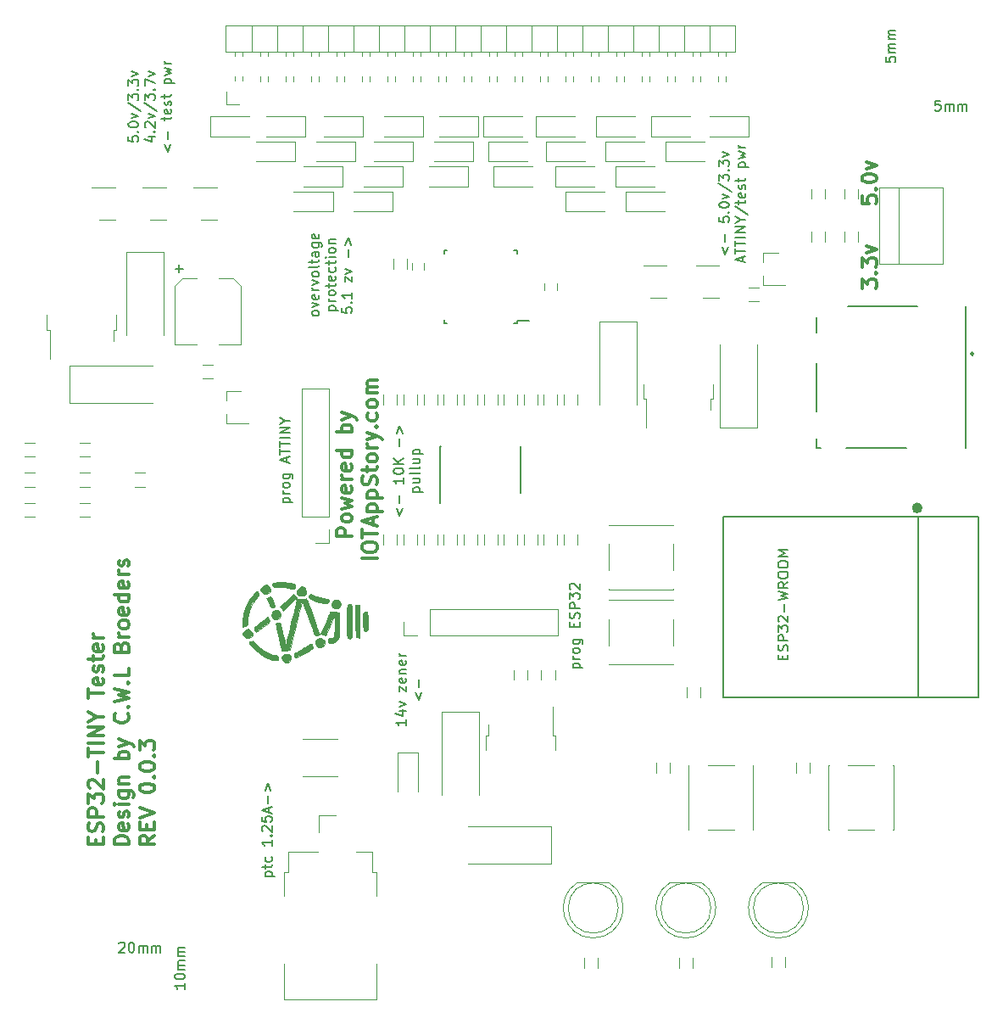
<source format=gbr>
%TF.GenerationSoftware,KiCad,Pcbnew,(5.1.6)-1*%
%TF.CreationDate,2020-09-10T03:51:48+02:00*%
%TF.ProjectId,Esp32TinyTester,45737033-3254-4696-9e79-546573746572,rev?*%
%TF.SameCoordinates,Original*%
%TF.FileFunction,Legend,Top*%
%TF.FilePolarity,Positive*%
%FSLAX46Y46*%
G04 Gerber Fmt 4.6, Leading zero omitted, Abs format (unit mm)*
G04 Created by KiCad (PCBNEW (5.1.6)-1) date 2020-09-10 03:51:48*
%MOMM*%
%LPD*%
G01*
G04 APERTURE LIST*
%ADD10C,0.150000*%
%ADD11C,0.300000*%
%ADD12C,0.120000*%
%ADD13C,0.500000*%
%ADD14C,0.010000*%
%ADD15C,0.250000*%
G04 APERTURE END LIST*
D10*
X78487714Y-135846857D02*
X79487714Y-135846857D01*
X78535333Y-135846857D02*
X78487714Y-135751619D01*
X78487714Y-135561142D01*
X78535333Y-135465904D01*
X78582952Y-135418285D01*
X78678190Y-135370666D01*
X78963904Y-135370666D01*
X79059142Y-135418285D01*
X79106761Y-135465904D01*
X79154380Y-135561142D01*
X79154380Y-135751619D01*
X79106761Y-135846857D01*
X78487714Y-135084952D02*
X78487714Y-134704000D01*
X78154380Y-134942095D02*
X79011523Y-134942095D01*
X79106761Y-134894476D01*
X79154380Y-134799238D01*
X79154380Y-134704000D01*
X79106761Y-133942095D02*
X79154380Y-134037333D01*
X79154380Y-134227809D01*
X79106761Y-134323047D01*
X79059142Y-134370666D01*
X78963904Y-134418285D01*
X78678190Y-134418285D01*
X78582952Y-134370666D01*
X78535333Y-134323047D01*
X78487714Y-134227809D01*
X78487714Y-134037333D01*
X78535333Y-133942095D01*
X79154380Y-132227809D02*
X79154380Y-132799238D01*
X79154380Y-132513523D02*
X78154380Y-132513523D01*
X78297238Y-132608761D01*
X78392476Y-132704000D01*
X78440095Y-132799238D01*
X79059142Y-131799238D02*
X79106761Y-131751619D01*
X79154380Y-131799238D01*
X79106761Y-131846857D01*
X79059142Y-131799238D01*
X79154380Y-131799238D01*
X78249619Y-131370666D02*
X78202000Y-131323047D01*
X78154380Y-131227809D01*
X78154380Y-130989714D01*
X78202000Y-130894476D01*
X78249619Y-130846857D01*
X78344857Y-130799238D01*
X78440095Y-130799238D01*
X78582952Y-130846857D01*
X79154380Y-131418285D01*
X79154380Y-130799238D01*
X78154380Y-129894476D02*
X78154380Y-130370666D01*
X78630571Y-130418285D01*
X78582952Y-130370666D01*
X78535333Y-130275428D01*
X78535333Y-130037333D01*
X78582952Y-129942095D01*
X78630571Y-129894476D01*
X78725809Y-129846857D01*
X78963904Y-129846857D01*
X79059142Y-129894476D01*
X79106761Y-129942095D01*
X79154380Y-130037333D01*
X79154380Y-130275428D01*
X79106761Y-130370666D01*
X79059142Y-130418285D01*
X78868666Y-129465904D02*
X78868666Y-128989714D01*
X79154380Y-129561142D02*
X78154380Y-129227809D01*
X79154380Y-128894476D01*
X78773428Y-128561142D02*
X78773428Y-127799238D01*
X78487714Y-127323047D02*
X78773428Y-126561142D01*
X79059142Y-127323047D01*
X92553380Y-120210190D02*
X92553380Y-120781619D01*
X92553380Y-120495904D02*
X91553380Y-120495904D01*
X91696238Y-120591142D01*
X91791476Y-120686380D01*
X91839095Y-120781619D01*
X91886714Y-119353047D02*
X92553380Y-119353047D01*
X91505761Y-119591142D02*
X92220047Y-119829238D01*
X92220047Y-119210190D01*
X91886714Y-118924476D02*
X92553380Y-118686380D01*
X91886714Y-118448285D01*
X91886714Y-117400666D02*
X91886714Y-116876857D01*
X92553380Y-117400666D01*
X92553380Y-116876857D01*
X92505761Y-116114952D02*
X92553380Y-116210190D01*
X92553380Y-116400666D01*
X92505761Y-116495904D01*
X92410523Y-116543523D01*
X92029571Y-116543523D01*
X91934333Y-116495904D01*
X91886714Y-116400666D01*
X91886714Y-116210190D01*
X91934333Y-116114952D01*
X92029571Y-116067333D01*
X92124809Y-116067333D01*
X92220047Y-116543523D01*
X91886714Y-115638761D02*
X92553380Y-115638761D01*
X91981952Y-115638761D02*
X91934333Y-115591142D01*
X91886714Y-115495904D01*
X91886714Y-115353047D01*
X91934333Y-115257809D01*
X92029571Y-115210190D01*
X92553380Y-115210190D01*
X92505761Y-114353047D02*
X92553380Y-114448285D01*
X92553380Y-114638761D01*
X92505761Y-114734000D01*
X92410523Y-114781619D01*
X92029571Y-114781619D01*
X91934333Y-114734000D01*
X91886714Y-114638761D01*
X91886714Y-114448285D01*
X91934333Y-114353047D01*
X92029571Y-114305428D01*
X92124809Y-114305428D01*
X92220047Y-114781619D01*
X92553380Y-113876857D02*
X91886714Y-113876857D01*
X92077190Y-113876857D02*
X91981952Y-113829238D01*
X91934333Y-113781619D01*
X91886714Y-113686380D01*
X91886714Y-113591142D01*
X93536714Y-117472095D02*
X93822428Y-118234000D01*
X94108142Y-117472095D01*
X93822428Y-116995904D02*
X93822428Y-116234000D01*
X124144714Y-73005714D02*
X124430428Y-73767619D01*
X124716142Y-73005714D01*
X124430428Y-72529523D02*
X124430428Y-71767619D01*
X123811380Y-70053333D02*
X123811380Y-70529523D01*
X124287571Y-70577142D01*
X124239952Y-70529523D01*
X124192333Y-70434285D01*
X124192333Y-70196190D01*
X124239952Y-70100952D01*
X124287571Y-70053333D01*
X124382809Y-70005714D01*
X124620904Y-70005714D01*
X124716142Y-70053333D01*
X124763761Y-70100952D01*
X124811380Y-70196190D01*
X124811380Y-70434285D01*
X124763761Y-70529523D01*
X124716142Y-70577142D01*
X124716142Y-69577142D02*
X124763761Y-69529523D01*
X124811380Y-69577142D01*
X124763761Y-69624761D01*
X124716142Y-69577142D01*
X124811380Y-69577142D01*
X123811380Y-68910476D02*
X123811380Y-68815238D01*
X123859000Y-68720000D01*
X123906619Y-68672380D01*
X124001857Y-68624761D01*
X124192333Y-68577142D01*
X124430428Y-68577142D01*
X124620904Y-68624761D01*
X124716142Y-68672380D01*
X124763761Y-68720000D01*
X124811380Y-68815238D01*
X124811380Y-68910476D01*
X124763761Y-69005714D01*
X124716142Y-69053333D01*
X124620904Y-69100952D01*
X124430428Y-69148571D01*
X124192333Y-69148571D01*
X124001857Y-69100952D01*
X123906619Y-69053333D01*
X123859000Y-69005714D01*
X123811380Y-68910476D01*
X124144714Y-68243809D02*
X124811380Y-68005714D01*
X124144714Y-67767619D01*
X123763761Y-66672380D02*
X125049476Y-67529523D01*
X123811380Y-66434285D02*
X123811380Y-65815238D01*
X124192333Y-66148571D01*
X124192333Y-66005714D01*
X124239952Y-65910476D01*
X124287571Y-65862857D01*
X124382809Y-65815238D01*
X124620904Y-65815238D01*
X124716142Y-65862857D01*
X124763761Y-65910476D01*
X124811380Y-66005714D01*
X124811380Y-66291428D01*
X124763761Y-66386666D01*
X124716142Y-66434285D01*
X124716142Y-65386666D02*
X124763761Y-65339047D01*
X124811380Y-65386666D01*
X124763761Y-65434285D01*
X124716142Y-65386666D01*
X124811380Y-65386666D01*
X123811380Y-65005714D02*
X123811380Y-64386666D01*
X124192333Y-64720000D01*
X124192333Y-64577142D01*
X124239952Y-64481904D01*
X124287571Y-64434285D01*
X124382809Y-64386666D01*
X124620904Y-64386666D01*
X124716142Y-64434285D01*
X124763761Y-64481904D01*
X124811380Y-64577142D01*
X124811380Y-64862857D01*
X124763761Y-64958095D01*
X124716142Y-65005714D01*
X124144714Y-64053333D02*
X124811380Y-63815238D01*
X124144714Y-63577142D01*
X126175666Y-74505714D02*
X126175666Y-74029523D01*
X126461380Y-74600952D02*
X125461380Y-74267619D01*
X126461380Y-73934285D01*
X125461380Y-73743809D02*
X125461380Y-73172380D01*
X126461380Y-73458095D02*
X125461380Y-73458095D01*
X125461380Y-72981904D02*
X125461380Y-72410476D01*
X126461380Y-72696190D02*
X125461380Y-72696190D01*
X126461380Y-72077142D02*
X125461380Y-72077142D01*
X126461380Y-71600952D02*
X125461380Y-71600952D01*
X126461380Y-71029523D01*
X125461380Y-71029523D01*
X125985190Y-70362857D02*
X126461380Y-70362857D01*
X125461380Y-70696190D02*
X125985190Y-70362857D01*
X125461380Y-70029523D01*
X125413761Y-68981904D02*
X126699476Y-69839047D01*
X125794714Y-68791428D02*
X125794714Y-68410476D01*
X125461380Y-68648571D02*
X126318523Y-68648571D01*
X126413761Y-68600952D01*
X126461380Y-68505714D01*
X126461380Y-68410476D01*
X126413761Y-67696190D02*
X126461380Y-67791428D01*
X126461380Y-67981904D01*
X126413761Y-68077142D01*
X126318523Y-68124761D01*
X125937571Y-68124761D01*
X125842333Y-68077142D01*
X125794714Y-67981904D01*
X125794714Y-67791428D01*
X125842333Y-67696190D01*
X125937571Y-67648571D01*
X126032809Y-67648571D01*
X126128047Y-68124761D01*
X126413761Y-67267619D02*
X126461380Y-67172380D01*
X126461380Y-66981904D01*
X126413761Y-66886666D01*
X126318523Y-66839047D01*
X126270904Y-66839047D01*
X126175666Y-66886666D01*
X126128047Y-66981904D01*
X126128047Y-67124761D01*
X126080428Y-67220000D01*
X125985190Y-67267619D01*
X125937571Y-67267619D01*
X125842333Y-67220000D01*
X125794714Y-67124761D01*
X125794714Y-66981904D01*
X125842333Y-66886666D01*
X125794714Y-66553333D02*
X125794714Y-66172380D01*
X125461380Y-66410476D02*
X126318523Y-66410476D01*
X126413761Y-66362857D01*
X126461380Y-66267619D01*
X126461380Y-66172380D01*
X125794714Y-65077142D02*
X126794714Y-65077142D01*
X125842333Y-65077142D02*
X125794714Y-64981904D01*
X125794714Y-64791428D01*
X125842333Y-64696190D01*
X125889952Y-64648571D01*
X125985190Y-64600952D01*
X126270904Y-64600952D01*
X126366142Y-64648571D01*
X126413761Y-64696190D01*
X126461380Y-64791428D01*
X126461380Y-64981904D01*
X126413761Y-65077142D01*
X125794714Y-64267619D02*
X126461380Y-64077142D01*
X125985190Y-63886666D01*
X126461380Y-63696190D01*
X125794714Y-63505714D01*
X126461380Y-63124761D02*
X125794714Y-63124761D01*
X125985190Y-63124761D02*
X125889952Y-63077142D01*
X125842333Y-63029523D01*
X125794714Y-62934285D01*
X125794714Y-62839047D01*
X64820380Y-62020380D02*
X64820380Y-62496571D01*
X65296571Y-62544190D01*
X65248952Y-62496571D01*
X65201333Y-62401333D01*
X65201333Y-62163238D01*
X65248952Y-62068000D01*
X65296571Y-62020380D01*
X65391809Y-61972761D01*
X65629904Y-61972761D01*
X65725142Y-62020380D01*
X65772761Y-62068000D01*
X65820380Y-62163238D01*
X65820380Y-62401333D01*
X65772761Y-62496571D01*
X65725142Y-62544190D01*
X65725142Y-61544190D02*
X65772761Y-61496571D01*
X65820380Y-61544190D01*
X65772761Y-61591809D01*
X65725142Y-61544190D01*
X65820380Y-61544190D01*
X64820380Y-60877523D02*
X64820380Y-60782285D01*
X64868000Y-60687047D01*
X64915619Y-60639428D01*
X65010857Y-60591809D01*
X65201333Y-60544190D01*
X65439428Y-60544190D01*
X65629904Y-60591809D01*
X65725142Y-60639428D01*
X65772761Y-60687047D01*
X65820380Y-60782285D01*
X65820380Y-60877523D01*
X65772761Y-60972761D01*
X65725142Y-61020380D01*
X65629904Y-61068000D01*
X65439428Y-61115619D01*
X65201333Y-61115619D01*
X65010857Y-61068000D01*
X64915619Y-61020380D01*
X64868000Y-60972761D01*
X64820380Y-60877523D01*
X65153714Y-60210857D02*
X65820380Y-59972761D01*
X65153714Y-59734666D01*
X64772761Y-58639428D02*
X66058476Y-59496571D01*
X64820380Y-58401333D02*
X64820380Y-57782285D01*
X65201333Y-58115619D01*
X65201333Y-57972761D01*
X65248952Y-57877523D01*
X65296571Y-57829904D01*
X65391809Y-57782285D01*
X65629904Y-57782285D01*
X65725142Y-57829904D01*
X65772761Y-57877523D01*
X65820380Y-57972761D01*
X65820380Y-58258476D01*
X65772761Y-58353714D01*
X65725142Y-58401333D01*
X65725142Y-57353714D02*
X65772761Y-57306095D01*
X65820380Y-57353714D01*
X65772761Y-57401333D01*
X65725142Y-57353714D01*
X65820380Y-57353714D01*
X64820380Y-56972761D02*
X64820380Y-56353714D01*
X65201333Y-56687047D01*
X65201333Y-56544190D01*
X65248952Y-56448952D01*
X65296571Y-56401333D01*
X65391809Y-56353714D01*
X65629904Y-56353714D01*
X65725142Y-56401333D01*
X65772761Y-56448952D01*
X65820380Y-56544190D01*
X65820380Y-56829904D01*
X65772761Y-56925142D01*
X65725142Y-56972761D01*
X65153714Y-56020380D02*
X65820380Y-55782285D01*
X65153714Y-55544190D01*
X66803714Y-62068000D02*
X67470380Y-62068000D01*
X66422761Y-62306095D02*
X67137047Y-62544190D01*
X67137047Y-61925142D01*
X67375142Y-61544190D02*
X67422761Y-61496571D01*
X67470380Y-61544190D01*
X67422761Y-61591809D01*
X67375142Y-61544190D01*
X67470380Y-61544190D01*
X66565619Y-61115619D02*
X66518000Y-61068000D01*
X66470380Y-60972761D01*
X66470380Y-60734666D01*
X66518000Y-60639428D01*
X66565619Y-60591809D01*
X66660857Y-60544190D01*
X66756095Y-60544190D01*
X66898952Y-60591809D01*
X67470380Y-61163238D01*
X67470380Y-60544190D01*
X66803714Y-60210857D02*
X67470380Y-59972761D01*
X66803714Y-59734666D01*
X66422761Y-58639428D02*
X67708476Y-59496571D01*
X66470380Y-58401333D02*
X66470380Y-57782285D01*
X66851333Y-58115619D01*
X66851333Y-57972761D01*
X66898952Y-57877523D01*
X66946571Y-57829904D01*
X67041809Y-57782285D01*
X67279904Y-57782285D01*
X67375142Y-57829904D01*
X67422761Y-57877523D01*
X67470380Y-57972761D01*
X67470380Y-58258476D01*
X67422761Y-58353714D01*
X67375142Y-58401333D01*
X67375142Y-57353714D02*
X67422761Y-57306095D01*
X67470380Y-57353714D01*
X67422761Y-57401333D01*
X67375142Y-57353714D01*
X67470380Y-57353714D01*
X66470380Y-56972761D02*
X66470380Y-56306095D01*
X67470380Y-56734666D01*
X66803714Y-56020380D02*
X67470380Y-55782285D01*
X66803714Y-55544190D01*
X68453714Y-62758476D02*
X68739428Y-63520380D01*
X69025142Y-62758476D01*
X68739428Y-62282285D02*
X68739428Y-61520380D01*
X68453714Y-60425142D02*
X68453714Y-60044190D01*
X68120380Y-60282285D02*
X68977523Y-60282285D01*
X69072761Y-60234666D01*
X69120380Y-60139428D01*
X69120380Y-60044190D01*
X69072761Y-59329904D02*
X69120380Y-59425142D01*
X69120380Y-59615619D01*
X69072761Y-59710857D01*
X68977523Y-59758476D01*
X68596571Y-59758476D01*
X68501333Y-59710857D01*
X68453714Y-59615619D01*
X68453714Y-59425142D01*
X68501333Y-59329904D01*
X68596571Y-59282285D01*
X68691809Y-59282285D01*
X68787047Y-59758476D01*
X69072761Y-58901333D02*
X69120380Y-58806095D01*
X69120380Y-58615619D01*
X69072761Y-58520380D01*
X68977523Y-58472761D01*
X68929904Y-58472761D01*
X68834666Y-58520380D01*
X68787047Y-58615619D01*
X68787047Y-58758476D01*
X68739428Y-58853714D01*
X68644190Y-58901333D01*
X68596571Y-58901333D01*
X68501333Y-58853714D01*
X68453714Y-58758476D01*
X68453714Y-58615619D01*
X68501333Y-58520380D01*
X68453714Y-58187047D02*
X68453714Y-57806095D01*
X68120380Y-58044190D02*
X68977523Y-58044190D01*
X69072761Y-57996571D01*
X69120380Y-57901333D01*
X69120380Y-57806095D01*
X68453714Y-56710857D02*
X69453714Y-56710857D01*
X68501333Y-56710857D02*
X68453714Y-56615619D01*
X68453714Y-56425142D01*
X68501333Y-56329904D01*
X68548952Y-56282285D01*
X68644190Y-56234666D01*
X68929904Y-56234666D01*
X69025142Y-56282285D01*
X69072761Y-56329904D01*
X69120380Y-56425142D01*
X69120380Y-56615619D01*
X69072761Y-56710857D01*
X68453714Y-55901333D02*
X69120380Y-55710857D01*
X68644190Y-55520380D01*
X69120380Y-55329904D01*
X68453714Y-55139428D01*
X69120380Y-54758476D02*
X68453714Y-54758476D01*
X68644190Y-54758476D02*
X68548952Y-54710857D01*
X68501333Y-54663238D01*
X68453714Y-54568000D01*
X68453714Y-54472761D01*
X83854380Y-79736761D02*
X83806761Y-79832000D01*
X83759142Y-79879619D01*
X83663904Y-79927238D01*
X83378190Y-79927238D01*
X83282952Y-79879619D01*
X83235333Y-79832000D01*
X83187714Y-79736761D01*
X83187714Y-79593904D01*
X83235333Y-79498666D01*
X83282952Y-79451047D01*
X83378190Y-79403428D01*
X83663904Y-79403428D01*
X83759142Y-79451047D01*
X83806761Y-79498666D01*
X83854380Y-79593904D01*
X83854380Y-79736761D01*
X83187714Y-79070095D02*
X83854380Y-78832000D01*
X83187714Y-78593904D01*
X83806761Y-77832000D02*
X83854380Y-77927238D01*
X83854380Y-78117714D01*
X83806761Y-78212952D01*
X83711523Y-78260571D01*
X83330571Y-78260571D01*
X83235333Y-78212952D01*
X83187714Y-78117714D01*
X83187714Y-77927238D01*
X83235333Y-77832000D01*
X83330571Y-77784380D01*
X83425809Y-77784380D01*
X83521047Y-78260571D01*
X83854380Y-77355809D02*
X83187714Y-77355809D01*
X83378190Y-77355809D02*
X83282952Y-77308190D01*
X83235333Y-77260571D01*
X83187714Y-77165333D01*
X83187714Y-77070095D01*
X83187714Y-76832000D02*
X83854380Y-76593904D01*
X83187714Y-76355809D01*
X83854380Y-75832000D02*
X83806761Y-75927238D01*
X83759142Y-75974857D01*
X83663904Y-76022476D01*
X83378190Y-76022476D01*
X83282952Y-75974857D01*
X83235333Y-75927238D01*
X83187714Y-75832000D01*
X83187714Y-75689142D01*
X83235333Y-75593904D01*
X83282952Y-75546285D01*
X83378190Y-75498666D01*
X83663904Y-75498666D01*
X83759142Y-75546285D01*
X83806761Y-75593904D01*
X83854380Y-75689142D01*
X83854380Y-75832000D01*
X83854380Y-74927238D02*
X83806761Y-75022476D01*
X83711523Y-75070095D01*
X82854380Y-75070095D01*
X83187714Y-74689142D02*
X83187714Y-74308190D01*
X82854380Y-74546285D02*
X83711523Y-74546285D01*
X83806761Y-74498666D01*
X83854380Y-74403428D01*
X83854380Y-74308190D01*
X83854380Y-73546285D02*
X83330571Y-73546285D01*
X83235333Y-73593904D01*
X83187714Y-73689142D01*
X83187714Y-73879619D01*
X83235333Y-73974857D01*
X83806761Y-73546285D02*
X83854380Y-73641523D01*
X83854380Y-73879619D01*
X83806761Y-73974857D01*
X83711523Y-74022476D01*
X83616285Y-74022476D01*
X83521047Y-73974857D01*
X83473428Y-73879619D01*
X83473428Y-73641523D01*
X83425809Y-73546285D01*
X83187714Y-72641523D02*
X83997238Y-72641523D01*
X84092476Y-72689142D01*
X84140095Y-72736761D01*
X84187714Y-72832000D01*
X84187714Y-72974857D01*
X84140095Y-73070095D01*
X83806761Y-72641523D02*
X83854380Y-72736761D01*
X83854380Y-72927238D01*
X83806761Y-73022476D01*
X83759142Y-73070095D01*
X83663904Y-73117714D01*
X83378190Y-73117714D01*
X83282952Y-73070095D01*
X83235333Y-73022476D01*
X83187714Y-72927238D01*
X83187714Y-72736761D01*
X83235333Y-72641523D01*
X83806761Y-71784380D02*
X83854380Y-71879619D01*
X83854380Y-72070095D01*
X83806761Y-72165333D01*
X83711523Y-72212952D01*
X83330571Y-72212952D01*
X83235333Y-72165333D01*
X83187714Y-72070095D01*
X83187714Y-71879619D01*
X83235333Y-71784380D01*
X83330571Y-71736761D01*
X83425809Y-71736761D01*
X83521047Y-72212952D01*
X84837714Y-79379619D02*
X85837714Y-79379619D01*
X84885333Y-79379619D02*
X84837714Y-79284380D01*
X84837714Y-79093904D01*
X84885333Y-78998666D01*
X84932952Y-78951047D01*
X85028190Y-78903428D01*
X85313904Y-78903428D01*
X85409142Y-78951047D01*
X85456761Y-78998666D01*
X85504380Y-79093904D01*
X85504380Y-79284380D01*
X85456761Y-79379619D01*
X85504380Y-78474857D02*
X84837714Y-78474857D01*
X85028190Y-78474857D02*
X84932952Y-78427238D01*
X84885333Y-78379619D01*
X84837714Y-78284380D01*
X84837714Y-78189142D01*
X85504380Y-77712952D02*
X85456761Y-77808190D01*
X85409142Y-77855809D01*
X85313904Y-77903428D01*
X85028190Y-77903428D01*
X84932952Y-77855809D01*
X84885333Y-77808190D01*
X84837714Y-77712952D01*
X84837714Y-77570095D01*
X84885333Y-77474857D01*
X84932952Y-77427238D01*
X85028190Y-77379619D01*
X85313904Y-77379619D01*
X85409142Y-77427238D01*
X85456761Y-77474857D01*
X85504380Y-77570095D01*
X85504380Y-77712952D01*
X84837714Y-77093904D02*
X84837714Y-76712952D01*
X84504380Y-76951047D02*
X85361523Y-76951047D01*
X85456761Y-76903428D01*
X85504380Y-76808190D01*
X85504380Y-76712952D01*
X85456761Y-75998666D02*
X85504380Y-76093904D01*
X85504380Y-76284380D01*
X85456761Y-76379619D01*
X85361523Y-76427238D01*
X84980571Y-76427238D01*
X84885333Y-76379619D01*
X84837714Y-76284380D01*
X84837714Y-76093904D01*
X84885333Y-75998666D01*
X84980571Y-75951047D01*
X85075809Y-75951047D01*
X85171047Y-76427238D01*
X85456761Y-75093904D02*
X85504380Y-75189142D01*
X85504380Y-75379619D01*
X85456761Y-75474857D01*
X85409142Y-75522476D01*
X85313904Y-75570095D01*
X85028190Y-75570095D01*
X84932952Y-75522476D01*
X84885333Y-75474857D01*
X84837714Y-75379619D01*
X84837714Y-75189142D01*
X84885333Y-75093904D01*
X84837714Y-74808190D02*
X84837714Y-74427238D01*
X84504380Y-74665333D02*
X85361523Y-74665333D01*
X85456761Y-74617714D01*
X85504380Y-74522476D01*
X85504380Y-74427238D01*
X85504380Y-74093904D02*
X84837714Y-74093904D01*
X84504380Y-74093904D02*
X84552000Y-74141523D01*
X84599619Y-74093904D01*
X84552000Y-74046285D01*
X84504380Y-74093904D01*
X84599619Y-74093904D01*
X85504380Y-73474857D02*
X85456761Y-73570095D01*
X85409142Y-73617714D01*
X85313904Y-73665333D01*
X85028190Y-73665333D01*
X84932952Y-73617714D01*
X84885333Y-73570095D01*
X84837714Y-73474857D01*
X84837714Y-73332000D01*
X84885333Y-73236761D01*
X84932952Y-73189142D01*
X85028190Y-73141523D01*
X85313904Y-73141523D01*
X85409142Y-73189142D01*
X85456761Y-73236761D01*
X85504380Y-73332000D01*
X85504380Y-73474857D01*
X84837714Y-72712952D02*
X85504380Y-72712952D01*
X84932952Y-72712952D02*
X84885333Y-72665333D01*
X84837714Y-72570095D01*
X84837714Y-72427238D01*
X84885333Y-72332000D01*
X84980571Y-72284380D01*
X85504380Y-72284380D01*
X86154380Y-79093904D02*
X86154380Y-79570095D01*
X86630571Y-79617714D01*
X86582952Y-79570095D01*
X86535333Y-79474857D01*
X86535333Y-79236761D01*
X86582952Y-79141523D01*
X86630571Y-79093904D01*
X86725809Y-79046285D01*
X86963904Y-79046285D01*
X87059142Y-79093904D01*
X87106761Y-79141523D01*
X87154380Y-79236761D01*
X87154380Y-79474857D01*
X87106761Y-79570095D01*
X87059142Y-79617714D01*
X87059142Y-78617714D02*
X87106761Y-78570095D01*
X87154380Y-78617714D01*
X87106761Y-78665333D01*
X87059142Y-78617714D01*
X87154380Y-78617714D01*
X87154380Y-77617714D02*
X87154380Y-78189142D01*
X87154380Y-77903428D02*
X86154380Y-77903428D01*
X86297238Y-77998666D01*
X86392476Y-78093904D01*
X86440095Y-78189142D01*
X86487714Y-76522476D02*
X86487714Y-75998666D01*
X87154380Y-76522476D01*
X87154380Y-75998666D01*
X86487714Y-75712952D02*
X87154380Y-75474857D01*
X86487714Y-75236761D01*
X86773428Y-74093904D02*
X86773428Y-73332000D01*
X86487714Y-72855809D02*
X86773428Y-72093904D01*
X87059142Y-72855809D01*
X91632714Y-99080476D02*
X91918428Y-99842380D01*
X92204142Y-99080476D01*
X91918428Y-98604285D02*
X91918428Y-97842380D01*
X92299380Y-96080476D02*
X92299380Y-96651904D01*
X92299380Y-96366190D02*
X91299380Y-96366190D01*
X91442238Y-96461428D01*
X91537476Y-96556666D01*
X91585095Y-96651904D01*
X91299380Y-95461428D02*
X91299380Y-95366190D01*
X91347000Y-95270952D01*
X91394619Y-95223333D01*
X91489857Y-95175714D01*
X91680333Y-95128095D01*
X91918428Y-95128095D01*
X92108904Y-95175714D01*
X92204142Y-95223333D01*
X92251761Y-95270952D01*
X92299380Y-95366190D01*
X92299380Y-95461428D01*
X92251761Y-95556666D01*
X92204142Y-95604285D01*
X92108904Y-95651904D01*
X91918428Y-95699523D01*
X91680333Y-95699523D01*
X91489857Y-95651904D01*
X91394619Y-95604285D01*
X91347000Y-95556666D01*
X91299380Y-95461428D01*
X92299380Y-94699523D02*
X91299380Y-94699523D01*
X92299380Y-94128095D02*
X91727952Y-94556666D01*
X91299380Y-94128095D02*
X91870809Y-94699523D01*
X91918428Y-92937619D02*
X91918428Y-92175714D01*
X91632714Y-91699523D02*
X91918428Y-90937619D01*
X92204142Y-91699523D01*
X93282714Y-97485238D02*
X94282714Y-97485238D01*
X93330333Y-97485238D02*
X93282714Y-97390000D01*
X93282714Y-97199523D01*
X93330333Y-97104285D01*
X93377952Y-97056666D01*
X93473190Y-97009047D01*
X93758904Y-97009047D01*
X93854142Y-97056666D01*
X93901761Y-97104285D01*
X93949380Y-97199523D01*
X93949380Y-97390000D01*
X93901761Y-97485238D01*
X93282714Y-96151904D02*
X93949380Y-96151904D01*
X93282714Y-96580476D02*
X93806523Y-96580476D01*
X93901761Y-96532857D01*
X93949380Y-96437619D01*
X93949380Y-96294761D01*
X93901761Y-96199523D01*
X93854142Y-96151904D01*
X93949380Y-95532857D02*
X93901761Y-95628095D01*
X93806523Y-95675714D01*
X92949380Y-95675714D01*
X93949380Y-95009047D02*
X93901761Y-95104285D01*
X93806523Y-95151904D01*
X92949380Y-95151904D01*
X93282714Y-94199523D02*
X93949380Y-94199523D01*
X93282714Y-94628095D02*
X93806523Y-94628095D01*
X93901761Y-94580476D01*
X93949380Y-94485238D01*
X93949380Y-94342380D01*
X93901761Y-94247142D01*
X93854142Y-94199523D01*
X93282714Y-93723333D02*
X94282714Y-93723333D01*
X93330333Y-93723333D02*
X93282714Y-93628095D01*
X93282714Y-93437619D01*
X93330333Y-93342380D01*
X93377952Y-93294761D01*
X93473190Y-93247142D01*
X93758904Y-93247142D01*
X93854142Y-93294761D01*
X93901761Y-93342380D01*
X93949380Y-93437619D01*
X93949380Y-93628095D01*
X93901761Y-93723333D01*
X109221714Y-115074476D02*
X110221714Y-115074476D01*
X109269333Y-115074476D02*
X109221714Y-114979238D01*
X109221714Y-114788761D01*
X109269333Y-114693523D01*
X109316952Y-114645904D01*
X109412190Y-114598285D01*
X109697904Y-114598285D01*
X109793142Y-114645904D01*
X109840761Y-114693523D01*
X109888380Y-114788761D01*
X109888380Y-114979238D01*
X109840761Y-115074476D01*
X109888380Y-114169714D02*
X109221714Y-114169714D01*
X109412190Y-114169714D02*
X109316952Y-114122095D01*
X109269333Y-114074476D01*
X109221714Y-113979238D01*
X109221714Y-113884000D01*
X109888380Y-113407809D02*
X109840761Y-113503047D01*
X109793142Y-113550666D01*
X109697904Y-113598285D01*
X109412190Y-113598285D01*
X109316952Y-113550666D01*
X109269333Y-113503047D01*
X109221714Y-113407809D01*
X109221714Y-113264952D01*
X109269333Y-113169714D01*
X109316952Y-113122095D01*
X109412190Y-113074476D01*
X109697904Y-113074476D01*
X109793142Y-113122095D01*
X109840761Y-113169714D01*
X109888380Y-113264952D01*
X109888380Y-113407809D01*
X109221714Y-112217333D02*
X110031238Y-112217333D01*
X110126476Y-112264952D01*
X110174095Y-112312571D01*
X110221714Y-112407809D01*
X110221714Y-112550666D01*
X110174095Y-112645904D01*
X109840761Y-112217333D02*
X109888380Y-112312571D01*
X109888380Y-112503047D01*
X109840761Y-112598285D01*
X109793142Y-112645904D01*
X109697904Y-112693523D01*
X109412190Y-112693523D01*
X109316952Y-112645904D01*
X109269333Y-112598285D01*
X109221714Y-112503047D01*
X109221714Y-112312571D01*
X109269333Y-112217333D01*
X109364571Y-110979238D02*
X109364571Y-110645904D01*
X109888380Y-110503047D02*
X109888380Y-110979238D01*
X108888380Y-110979238D01*
X108888380Y-110503047D01*
X109840761Y-110122095D02*
X109888380Y-109979238D01*
X109888380Y-109741142D01*
X109840761Y-109645904D01*
X109793142Y-109598285D01*
X109697904Y-109550666D01*
X109602666Y-109550666D01*
X109507428Y-109598285D01*
X109459809Y-109645904D01*
X109412190Y-109741142D01*
X109364571Y-109931619D01*
X109316952Y-110026857D01*
X109269333Y-110074476D01*
X109174095Y-110122095D01*
X109078857Y-110122095D01*
X108983619Y-110074476D01*
X108936000Y-110026857D01*
X108888380Y-109931619D01*
X108888380Y-109693523D01*
X108936000Y-109550666D01*
X109888380Y-109122095D02*
X108888380Y-109122095D01*
X108888380Y-108741142D01*
X108936000Y-108645904D01*
X108983619Y-108598285D01*
X109078857Y-108550666D01*
X109221714Y-108550666D01*
X109316952Y-108598285D01*
X109364571Y-108645904D01*
X109412190Y-108741142D01*
X109412190Y-109122095D01*
X108888380Y-108217333D02*
X108888380Y-107598285D01*
X109269333Y-107931619D01*
X109269333Y-107788761D01*
X109316952Y-107693523D01*
X109364571Y-107645904D01*
X109459809Y-107598285D01*
X109697904Y-107598285D01*
X109793142Y-107645904D01*
X109840761Y-107693523D01*
X109888380Y-107788761D01*
X109888380Y-108074476D01*
X109840761Y-108169714D01*
X109793142Y-108217333D01*
X108983619Y-107217333D02*
X108936000Y-107169714D01*
X108888380Y-107074476D01*
X108888380Y-106836380D01*
X108936000Y-106741142D01*
X108983619Y-106693523D01*
X109078857Y-106645904D01*
X109174095Y-106645904D01*
X109316952Y-106693523D01*
X109888380Y-107264952D01*
X109888380Y-106645904D01*
X80265714Y-98564476D02*
X81265714Y-98564476D01*
X80313333Y-98564476D02*
X80265714Y-98469238D01*
X80265714Y-98278761D01*
X80313333Y-98183523D01*
X80360952Y-98135904D01*
X80456190Y-98088285D01*
X80741904Y-98088285D01*
X80837142Y-98135904D01*
X80884761Y-98183523D01*
X80932380Y-98278761D01*
X80932380Y-98469238D01*
X80884761Y-98564476D01*
X80932380Y-97659714D02*
X80265714Y-97659714D01*
X80456190Y-97659714D02*
X80360952Y-97612095D01*
X80313333Y-97564476D01*
X80265714Y-97469238D01*
X80265714Y-97374000D01*
X80932380Y-96897809D02*
X80884761Y-96993047D01*
X80837142Y-97040666D01*
X80741904Y-97088285D01*
X80456190Y-97088285D01*
X80360952Y-97040666D01*
X80313333Y-96993047D01*
X80265714Y-96897809D01*
X80265714Y-96754952D01*
X80313333Y-96659714D01*
X80360952Y-96612095D01*
X80456190Y-96564476D01*
X80741904Y-96564476D01*
X80837142Y-96612095D01*
X80884761Y-96659714D01*
X80932380Y-96754952D01*
X80932380Y-96897809D01*
X80265714Y-95707333D02*
X81075238Y-95707333D01*
X81170476Y-95754952D01*
X81218095Y-95802571D01*
X81265714Y-95897809D01*
X81265714Y-96040666D01*
X81218095Y-96135904D01*
X80884761Y-95707333D02*
X80932380Y-95802571D01*
X80932380Y-95993047D01*
X80884761Y-96088285D01*
X80837142Y-96135904D01*
X80741904Y-96183523D01*
X80456190Y-96183523D01*
X80360952Y-96135904D01*
X80313333Y-96088285D01*
X80265714Y-95993047D01*
X80265714Y-95802571D01*
X80313333Y-95707333D01*
X80646666Y-94516857D02*
X80646666Y-94040666D01*
X80932380Y-94612095D02*
X79932380Y-94278761D01*
X80932380Y-93945428D01*
X79932380Y-93754952D02*
X79932380Y-93183523D01*
X80932380Y-93469238D02*
X79932380Y-93469238D01*
X79932380Y-92993047D02*
X79932380Y-92421619D01*
X80932380Y-92707333D02*
X79932380Y-92707333D01*
X80932380Y-92088285D02*
X79932380Y-92088285D01*
X80932380Y-91612095D02*
X79932380Y-91612095D01*
X80932380Y-91040666D01*
X79932380Y-91040666D01*
X80456190Y-90374000D02*
X80932380Y-90374000D01*
X79932380Y-90707333D02*
X80456190Y-90374000D01*
X79932380Y-90040666D01*
D11*
X138078571Y-77212857D02*
X138078571Y-76284285D01*
X138650000Y-76784285D01*
X138650000Y-76570000D01*
X138721428Y-76427142D01*
X138792857Y-76355714D01*
X138935714Y-76284285D01*
X139292857Y-76284285D01*
X139435714Y-76355714D01*
X139507142Y-76427142D01*
X139578571Y-76570000D01*
X139578571Y-76998571D01*
X139507142Y-77141428D01*
X139435714Y-77212857D01*
X139435714Y-75641428D02*
X139507142Y-75570000D01*
X139578571Y-75641428D01*
X139507142Y-75712857D01*
X139435714Y-75641428D01*
X139578571Y-75641428D01*
X138078571Y-75070000D02*
X138078571Y-74141428D01*
X138650000Y-74641428D01*
X138650000Y-74427142D01*
X138721428Y-74284285D01*
X138792857Y-74212857D01*
X138935714Y-74141428D01*
X139292857Y-74141428D01*
X139435714Y-74212857D01*
X139507142Y-74284285D01*
X139578571Y-74427142D01*
X139578571Y-74855714D01*
X139507142Y-74998571D01*
X139435714Y-75070000D01*
X138578571Y-73641428D02*
X139578571Y-73284285D01*
X138578571Y-72927142D01*
X138078571Y-67973714D02*
X138078571Y-68688000D01*
X138792857Y-68759428D01*
X138721428Y-68688000D01*
X138650000Y-68545142D01*
X138650000Y-68188000D01*
X138721428Y-68045142D01*
X138792857Y-67973714D01*
X138935714Y-67902285D01*
X139292857Y-67902285D01*
X139435714Y-67973714D01*
X139507142Y-68045142D01*
X139578571Y-68188000D01*
X139578571Y-68545142D01*
X139507142Y-68688000D01*
X139435714Y-68759428D01*
X139435714Y-67259428D02*
X139507142Y-67188000D01*
X139578571Y-67259428D01*
X139507142Y-67330857D01*
X139435714Y-67259428D01*
X139578571Y-67259428D01*
X138078571Y-66259428D02*
X138078571Y-66116571D01*
X138150000Y-65973714D01*
X138221428Y-65902285D01*
X138364285Y-65830857D01*
X138650000Y-65759428D01*
X139007142Y-65759428D01*
X139292857Y-65830857D01*
X139435714Y-65902285D01*
X139507142Y-65973714D01*
X139578571Y-66116571D01*
X139578571Y-66259428D01*
X139507142Y-66402285D01*
X139435714Y-66473714D01*
X139292857Y-66545142D01*
X139007142Y-66616571D01*
X138650000Y-66616571D01*
X138364285Y-66545142D01*
X138221428Y-66473714D01*
X138150000Y-66402285D01*
X138078571Y-66259428D01*
X138578571Y-65259428D02*
X139578571Y-64902285D01*
X138578571Y-64545142D01*
X61566857Y-132683857D02*
X61566857Y-132183857D01*
X62352571Y-131969571D02*
X62352571Y-132683857D01*
X60852571Y-132683857D01*
X60852571Y-131969571D01*
X62281142Y-131398142D02*
X62352571Y-131183857D01*
X62352571Y-130826714D01*
X62281142Y-130683857D01*
X62209714Y-130612428D01*
X62066857Y-130541000D01*
X61924000Y-130541000D01*
X61781142Y-130612428D01*
X61709714Y-130683857D01*
X61638285Y-130826714D01*
X61566857Y-131112428D01*
X61495428Y-131255285D01*
X61424000Y-131326714D01*
X61281142Y-131398142D01*
X61138285Y-131398142D01*
X60995428Y-131326714D01*
X60924000Y-131255285D01*
X60852571Y-131112428D01*
X60852571Y-130755285D01*
X60924000Y-130541000D01*
X62352571Y-129898142D02*
X60852571Y-129898142D01*
X60852571Y-129326714D01*
X60924000Y-129183857D01*
X60995428Y-129112428D01*
X61138285Y-129041000D01*
X61352571Y-129041000D01*
X61495428Y-129112428D01*
X61566857Y-129183857D01*
X61638285Y-129326714D01*
X61638285Y-129898142D01*
X60852571Y-128541000D02*
X60852571Y-127612428D01*
X61424000Y-128112428D01*
X61424000Y-127898142D01*
X61495428Y-127755285D01*
X61566857Y-127683857D01*
X61709714Y-127612428D01*
X62066857Y-127612428D01*
X62209714Y-127683857D01*
X62281142Y-127755285D01*
X62352571Y-127898142D01*
X62352571Y-128326714D01*
X62281142Y-128469571D01*
X62209714Y-128541000D01*
X60995428Y-127041000D02*
X60924000Y-126969571D01*
X60852571Y-126826714D01*
X60852571Y-126469571D01*
X60924000Y-126326714D01*
X60995428Y-126255285D01*
X61138285Y-126183857D01*
X61281142Y-126183857D01*
X61495428Y-126255285D01*
X62352571Y-127112428D01*
X62352571Y-126183857D01*
X61781142Y-125541000D02*
X61781142Y-124398142D01*
X60852571Y-123898142D02*
X60852571Y-123041000D01*
X62352571Y-123469571D02*
X60852571Y-123469571D01*
X62352571Y-122541000D02*
X60852571Y-122541000D01*
X62352571Y-121826714D02*
X60852571Y-121826714D01*
X62352571Y-120969571D01*
X60852571Y-120969571D01*
X61638285Y-119969571D02*
X62352571Y-119969571D01*
X60852571Y-120469571D02*
X61638285Y-119969571D01*
X60852571Y-119469571D01*
X60852571Y-118041000D02*
X60852571Y-117183857D01*
X62352571Y-117612428D02*
X60852571Y-117612428D01*
X62281142Y-116112428D02*
X62352571Y-116255285D01*
X62352571Y-116541000D01*
X62281142Y-116683857D01*
X62138285Y-116755285D01*
X61566857Y-116755285D01*
X61424000Y-116683857D01*
X61352571Y-116541000D01*
X61352571Y-116255285D01*
X61424000Y-116112428D01*
X61566857Y-116041000D01*
X61709714Y-116041000D01*
X61852571Y-116755285D01*
X62281142Y-115469571D02*
X62352571Y-115326714D01*
X62352571Y-115041000D01*
X62281142Y-114898142D01*
X62138285Y-114826714D01*
X62066857Y-114826714D01*
X61924000Y-114898142D01*
X61852571Y-115041000D01*
X61852571Y-115255285D01*
X61781142Y-115398142D01*
X61638285Y-115469571D01*
X61566857Y-115469571D01*
X61424000Y-115398142D01*
X61352571Y-115255285D01*
X61352571Y-115041000D01*
X61424000Y-114898142D01*
X61352571Y-114398142D02*
X61352571Y-113826714D01*
X60852571Y-114183857D02*
X62138285Y-114183857D01*
X62281142Y-114112428D01*
X62352571Y-113969571D01*
X62352571Y-113826714D01*
X62281142Y-112755285D02*
X62352571Y-112898142D01*
X62352571Y-113183857D01*
X62281142Y-113326714D01*
X62138285Y-113398142D01*
X61566857Y-113398142D01*
X61424000Y-113326714D01*
X61352571Y-113183857D01*
X61352571Y-112898142D01*
X61424000Y-112755285D01*
X61566857Y-112683857D01*
X61709714Y-112683857D01*
X61852571Y-113398142D01*
X62352571Y-112041000D02*
X61352571Y-112041000D01*
X61638285Y-112041000D02*
X61495428Y-111969571D01*
X61424000Y-111898142D01*
X61352571Y-111755285D01*
X61352571Y-111612428D01*
X64902571Y-132683857D02*
X63402571Y-132683857D01*
X63402571Y-132326714D01*
X63474000Y-132112428D01*
X63616857Y-131969571D01*
X63759714Y-131898142D01*
X64045428Y-131826714D01*
X64259714Y-131826714D01*
X64545428Y-131898142D01*
X64688285Y-131969571D01*
X64831142Y-132112428D01*
X64902571Y-132326714D01*
X64902571Y-132683857D01*
X64831142Y-130612428D02*
X64902571Y-130755285D01*
X64902571Y-131041000D01*
X64831142Y-131183857D01*
X64688285Y-131255285D01*
X64116857Y-131255285D01*
X63974000Y-131183857D01*
X63902571Y-131041000D01*
X63902571Y-130755285D01*
X63974000Y-130612428D01*
X64116857Y-130541000D01*
X64259714Y-130541000D01*
X64402571Y-131255285D01*
X64831142Y-129969571D02*
X64902571Y-129826714D01*
X64902571Y-129541000D01*
X64831142Y-129398142D01*
X64688285Y-129326714D01*
X64616857Y-129326714D01*
X64474000Y-129398142D01*
X64402571Y-129541000D01*
X64402571Y-129755285D01*
X64331142Y-129898142D01*
X64188285Y-129969571D01*
X64116857Y-129969571D01*
X63974000Y-129898142D01*
X63902571Y-129755285D01*
X63902571Y-129541000D01*
X63974000Y-129398142D01*
X64902571Y-128683857D02*
X63902571Y-128683857D01*
X63402571Y-128683857D02*
X63474000Y-128755285D01*
X63545428Y-128683857D01*
X63474000Y-128612428D01*
X63402571Y-128683857D01*
X63545428Y-128683857D01*
X63902571Y-127326714D02*
X65116857Y-127326714D01*
X65259714Y-127398142D01*
X65331142Y-127469571D01*
X65402571Y-127612428D01*
X65402571Y-127826714D01*
X65331142Y-127969571D01*
X64831142Y-127326714D02*
X64902571Y-127469571D01*
X64902571Y-127755285D01*
X64831142Y-127898142D01*
X64759714Y-127969571D01*
X64616857Y-128041000D01*
X64188285Y-128041000D01*
X64045428Y-127969571D01*
X63974000Y-127898142D01*
X63902571Y-127755285D01*
X63902571Y-127469571D01*
X63974000Y-127326714D01*
X63902571Y-126612428D02*
X64902571Y-126612428D01*
X64045428Y-126612428D02*
X63974000Y-126541000D01*
X63902571Y-126398142D01*
X63902571Y-126183857D01*
X63974000Y-126041000D01*
X64116857Y-125969571D01*
X64902571Y-125969571D01*
X64902571Y-124112428D02*
X63402571Y-124112428D01*
X63974000Y-124112428D02*
X63902571Y-123969571D01*
X63902571Y-123683857D01*
X63974000Y-123541000D01*
X64045428Y-123469571D01*
X64188285Y-123398142D01*
X64616857Y-123398142D01*
X64759714Y-123469571D01*
X64831142Y-123541000D01*
X64902571Y-123683857D01*
X64902571Y-123969571D01*
X64831142Y-124112428D01*
X63902571Y-122898142D02*
X64902571Y-122541000D01*
X63902571Y-122183857D02*
X64902571Y-122541000D01*
X65259714Y-122683857D01*
X65331142Y-122755285D01*
X65402571Y-122898142D01*
X64759714Y-119612428D02*
X64831142Y-119683857D01*
X64902571Y-119898142D01*
X64902571Y-120041000D01*
X64831142Y-120255285D01*
X64688285Y-120398142D01*
X64545428Y-120469571D01*
X64259714Y-120541000D01*
X64045428Y-120541000D01*
X63759714Y-120469571D01*
X63616857Y-120398142D01*
X63474000Y-120255285D01*
X63402571Y-120041000D01*
X63402571Y-119898142D01*
X63474000Y-119683857D01*
X63545428Y-119612428D01*
X64759714Y-118969571D02*
X64831142Y-118898142D01*
X64902571Y-118969571D01*
X64831142Y-119041000D01*
X64759714Y-118969571D01*
X64902571Y-118969571D01*
X63402571Y-118398142D02*
X64902571Y-118041000D01*
X63831142Y-117755285D01*
X64902571Y-117469571D01*
X63402571Y-117112428D01*
X64759714Y-116541000D02*
X64831142Y-116469571D01*
X64902571Y-116541000D01*
X64831142Y-116612428D01*
X64759714Y-116541000D01*
X64902571Y-116541000D01*
X64902571Y-115112428D02*
X64902571Y-115826714D01*
X63402571Y-115826714D01*
X64116857Y-112969571D02*
X64188285Y-112755285D01*
X64259714Y-112683857D01*
X64402571Y-112612428D01*
X64616857Y-112612428D01*
X64759714Y-112683857D01*
X64831142Y-112755285D01*
X64902571Y-112898142D01*
X64902571Y-113469571D01*
X63402571Y-113469571D01*
X63402571Y-112969571D01*
X63474000Y-112826714D01*
X63545428Y-112755285D01*
X63688285Y-112683857D01*
X63831142Y-112683857D01*
X63974000Y-112755285D01*
X64045428Y-112826714D01*
X64116857Y-112969571D01*
X64116857Y-113469571D01*
X64902571Y-111969571D02*
X63902571Y-111969571D01*
X64188285Y-111969571D02*
X64045428Y-111898142D01*
X63974000Y-111826714D01*
X63902571Y-111683857D01*
X63902571Y-111541000D01*
X64902571Y-110826714D02*
X64831142Y-110969571D01*
X64759714Y-111041000D01*
X64616857Y-111112428D01*
X64188285Y-111112428D01*
X64045428Y-111041000D01*
X63974000Y-110969571D01*
X63902571Y-110826714D01*
X63902571Y-110612428D01*
X63974000Y-110469571D01*
X64045428Y-110398142D01*
X64188285Y-110326714D01*
X64616857Y-110326714D01*
X64759714Y-110398142D01*
X64831142Y-110469571D01*
X64902571Y-110612428D01*
X64902571Y-110826714D01*
X64831142Y-109112428D02*
X64902571Y-109255285D01*
X64902571Y-109541000D01*
X64831142Y-109683857D01*
X64688285Y-109755285D01*
X64116857Y-109755285D01*
X63974000Y-109683857D01*
X63902571Y-109541000D01*
X63902571Y-109255285D01*
X63974000Y-109112428D01*
X64116857Y-109041000D01*
X64259714Y-109041000D01*
X64402571Y-109755285D01*
X64902571Y-107755285D02*
X63402571Y-107755285D01*
X64831142Y-107755285D02*
X64902571Y-107898142D01*
X64902571Y-108183857D01*
X64831142Y-108326714D01*
X64759714Y-108398142D01*
X64616857Y-108469571D01*
X64188285Y-108469571D01*
X64045428Y-108398142D01*
X63974000Y-108326714D01*
X63902571Y-108183857D01*
X63902571Y-107898142D01*
X63974000Y-107755285D01*
X64831142Y-106469571D02*
X64902571Y-106612428D01*
X64902571Y-106898142D01*
X64831142Y-107041000D01*
X64688285Y-107112428D01*
X64116857Y-107112428D01*
X63974000Y-107041000D01*
X63902571Y-106898142D01*
X63902571Y-106612428D01*
X63974000Y-106469571D01*
X64116857Y-106398142D01*
X64259714Y-106398142D01*
X64402571Y-107112428D01*
X64902571Y-105755285D02*
X63902571Y-105755285D01*
X64188285Y-105755285D02*
X64045428Y-105683857D01*
X63974000Y-105612428D01*
X63902571Y-105469571D01*
X63902571Y-105326714D01*
X64831142Y-104898142D02*
X64902571Y-104755285D01*
X64902571Y-104469571D01*
X64831142Y-104326714D01*
X64688285Y-104255285D01*
X64616857Y-104255285D01*
X64474000Y-104326714D01*
X64402571Y-104469571D01*
X64402571Y-104683857D01*
X64331142Y-104826714D01*
X64188285Y-104898142D01*
X64116857Y-104898142D01*
X63974000Y-104826714D01*
X63902571Y-104683857D01*
X63902571Y-104469571D01*
X63974000Y-104326714D01*
X67452571Y-131826714D02*
X66738285Y-132326714D01*
X67452571Y-132683857D02*
X65952571Y-132683857D01*
X65952571Y-132112428D01*
X66024000Y-131969571D01*
X66095428Y-131898142D01*
X66238285Y-131826714D01*
X66452571Y-131826714D01*
X66595428Y-131898142D01*
X66666857Y-131969571D01*
X66738285Y-132112428D01*
X66738285Y-132683857D01*
X66666857Y-131183857D02*
X66666857Y-130683857D01*
X67452571Y-130469571D02*
X67452571Y-131183857D01*
X65952571Y-131183857D01*
X65952571Y-130469571D01*
X65952571Y-130041000D02*
X67452571Y-129541000D01*
X65952571Y-129041000D01*
X65952571Y-127112428D02*
X65952571Y-126969571D01*
X66024000Y-126826714D01*
X66095428Y-126755285D01*
X66238285Y-126683857D01*
X66524000Y-126612428D01*
X66881142Y-126612428D01*
X67166857Y-126683857D01*
X67309714Y-126755285D01*
X67381142Y-126826714D01*
X67452571Y-126969571D01*
X67452571Y-127112428D01*
X67381142Y-127255285D01*
X67309714Y-127326714D01*
X67166857Y-127398142D01*
X66881142Y-127469571D01*
X66524000Y-127469571D01*
X66238285Y-127398142D01*
X66095428Y-127326714D01*
X66024000Y-127255285D01*
X65952571Y-127112428D01*
X67309714Y-125969571D02*
X67381142Y-125898142D01*
X67452571Y-125969571D01*
X67381142Y-126041000D01*
X67309714Y-125969571D01*
X67452571Y-125969571D01*
X65952571Y-124969571D02*
X65952571Y-124826714D01*
X66024000Y-124683857D01*
X66095428Y-124612428D01*
X66238285Y-124541000D01*
X66524000Y-124469571D01*
X66881142Y-124469571D01*
X67166857Y-124541000D01*
X67309714Y-124612428D01*
X67381142Y-124683857D01*
X67452571Y-124826714D01*
X67452571Y-124969571D01*
X67381142Y-125112428D01*
X67309714Y-125183857D01*
X67166857Y-125255285D01*
X66881142Y-125326714D01*
X66524000Y-125326714D01*
X66238285Y-125255285D01*
X66095428Y-125183857D01*
X66024000Y-125112428D01*
X65952571Y-124969571D01*
X67309714Y-123826714D02*
X67381142Y-123755285D01*
X67452571Y-123826714D01*
X67381142Y-123898142D01*
X67309714Y-123826714D01*
X67452571Y-123826714D01*
X65952571Y-123255285D02*
X65952571Y-122326714D01*
X66524000Y-122826714D01*
X66524000Y-122612428D01*
X66595428Y-122469571D01*
X66666857Y-122398142D01*
X66809714Y-122326714D01*
X67166857Y-122326714D01*
X67309714Y-122398142D01*
X67381142Y-122469571D01*
X67452571Y-122612428D01*
X67452571Y-123041000D01*
X67381142Y-123183857D01*
X67309714Y-123255285D01*
D10*
X145904761Y-58452380D02*
X145428571Y-58452380D01*
X145380952Y-58928571D01*
X145428571Y-58880952D01*
X145523809Y-58833333D01*
X145761904Y-58833333D01*
X145857142Y-58880952D01*
X145904761Y-58928571D01*
X145952380Y-59023809D01*
X145952380Y-59261904D01*
X145904761Y-59357142D01*
X145857142Y-59404761D01*
X145761904Y-59452380D01*
X145523809Y-59452380D01*
X145428571Y-59404761D01*
X145380952Y-59357142D01*
X146380952Y-59452380D02*
X146380952Y-58785714D01*
X146380952Y-58880952D02*
X146428571Y-58833333D01*
X146523809Y-58785714D01*
X146666666Y-58785714D01*
X146761904Y-58833333D01*
X146809523Y-58928571D01*
X146809523Y-59452380D01*
X146809523Y-58928571D02*
X146857142Y-58833333D01*
X146952380Y-58785714D01*
X147095238Y-58785714D01*
X147190476Y-58833333D01*
X147238095Y-58928571D01*
X147238095Y-59452380D01*
X147714285Y-59452380D02*
X147714285Y-58785714D01*
X147714285Y-58880952D02*
X147761904Y-58833333D01*
X147857142Y-58785714D01*
X148000000Y-58785714D01*
X148095238Y-58833333D01*
X148142857Y-58928571D01*
X148142857Y-59452380D01*
X148142857Y-58928571D02*
X148190476Y-58833333D01*
X148285714Y-58785714D01*
X148428571Y-58785714D01*
X148523809Y-58833333D01*
X148571428Y-58928571D01*
X148571428Y-59452380D01*
X140452380Y-54095238D02*
X140452380Y-54571428D01*
X140928571Y-54619047D01*
X140880952Y-54571428D01*
X140833333Y-54476190D01*
X140833333Y-54238095D01*
X140880952Y-54142857D01*
X140928571Y-54095238D01*
X141023809Y-54047619D01*
X141261904Y-54047619D01*
X141357142Y-54095238D01*
X141404761Y-54142857D01*
X141452380Y-54238095D01*
X141452380Y-54476190D01*
X141404761Y-54571428D01*
X141357142Y-54619047D01*
X141452380Y-53619047D02*
X140785714Y-53619047D01*
X140880952Y-53619047D02*
X140833333Y-53571428D01*
X140785714Y-53476190D01*
X140785714Y-53333333D01*
X140833333Y-53238095D01*
X140928571Y-53190476D01*
X141452380Y-53190476D01*
X140928571Y-53190476D02*
X140833333Y-53142857D01*
X140785714Y-53047619D01*
X140785714Y-52904761D01*
X140833333Y-52809523D01*
X140928571Y-52761904D01*
X141452380Y-52761904D01*
X141452380Y-52285714D02*
X140785714Y-52285714D01*
X140880952Y-52285714D02*
X140833333Y-52238095D01*
X140785714Y-52142857D01*
X140785714Y-52000000D01*
X140833333Y-51904761D01*
X140928571Y-51857142D01*
X141452380Y-51857142D01*
X140928571Y-51857142D02*
X140833333Y-51809523D01*
X140785714Y-51714285D01*
X140785714Y-51571428D01*
X140833333Y-51476190D01*
X140928571Y-51428571D01*
X141452380Y-51428571D01*
X63904761Y-142547619D02*
X63952380Y-142500000D01*
X64047619Y-142452380D01*
X64285714Y-142452380D01*
X64380952Y-142500000D01*
X64428571Y-142547619D01*
X64476190Y-142642857D01*
X64476190Y-142738095D01*
X64428571Y-142880952D01*
X63857142Y-143452380D01*
X64476190Y-143452380D01*
X65095238Y-142452380D02*
X65190476Y-142452380D01*
X65285714Y-142500000D01*
X65333333Y-142547619D01*
X65380952Y-142642857D01*
X65428571Y-142833333D01*
X65428571Y-143071428D01*
X65380952Y-143261904D01*
X65333333Y-143357142D01*
X65285714Y-143404761D01*
X65190476Y-143452380D01*
X65095238Y-143452380D01*
X65000000Y-143404761D01*
X64952380Y-143357142D01*
X64904761Y-143261904D01*
X64857142Y-143071428D01*
X64857142Y-142833333D01*
X64904761Y-142642857D01*
X64952380Y-142547619D01*
X65000000Y-142500000D01*
X65095238Y-142452380D01*
X65857142Y-143452380D02*
X65857142Y-142785714D01*
X65857142Y-142880952D02*
X65904761Y-142833333D01*
X66000000Y-142785714D01*
X66142857Y-142785714D01*
X66238095Y-142833333D01*
X66285714Y-142928571D01*
X66285714Y-143452380D01*
X66285714Y-142928571D02*
X66333333Y-142833333D01*
X66428571Y-142785714D01*
X66571428Y-142785714D01*
X66666666Y-142833333D01*
X66714285Y-142928571D01*
X66714285Y-143452380D01*
X67190476Y-143452380D02*
X67190476Y-142785714D01*
X67190476Y-142880952D02*
X67238095Y-142833333D01*
X67333333Y-142785714D01*
X67476190Y-142785714D01*
X67571428Y-142833333D01*
X67619047Y-142928571D01*
X67619047Y-143452380D01*
X67619047Y-142928571D02*
X67666666Y-142833333D01*
X67761904Y-142785714D01*
X67904761Y-142785714D01*
X68000000Y-142833333D01*
X68047619Y-142928571D01*
X68047619Y-143452380D01*
X70452380Y-146523809D02*
X70452380Y-147095238D01*
X70452380Y-146809523D02*
X69452380Y-146809523D01*
X69595238Y-146904761D01*
X69690476Y-147000000D01*
X69738095Y-147095238D01*
X69452380Y-145904761D02*
X69452380Y-145809523D01*
X69500000Y-145714285D01*
X69547619Y-145666666D01*
X69642857Y-145619047D01*
X69833333Y-145571428D01*
X70071428Y-145571428D01*
X70261904Y-145619047D01*
X70357142Y-145666666D01*
X70404761Y-145714285D01*
X70452380Y-145809523D01*
X70452380Y-145904761D01*
X70404761Y-146000000D01*
X70357142Y-146047619D01*
X70261904Y-146095238D01*
X70071428Y-146142857D01*
X69833333Y-146142857D01*
X69642857Y-146095238D01*
X69547619Y-146047619D01*
X69500000Y-146000000D01*
X69452380Y-145904761D01*
X70452380Y-145142857D02*
X69785714Y-145142857D01*
X69880952Y-145142857D02*
X69833333Y-145095238D01*
X69785714Y-145000000D01*
X69785714Y-144857142D01*
X69833333Y-144761904D01*
X69928571Y-144714285D01*
X70452380Y-144714285D01*
X69928571Y-144714285D02*
X69833333Y-144666666D01*
X69785714Y-144571428D01*
X69785714Y-144428571D01*
X69833333Y-144333333D01*
X69928571Y-144285714D01*
X70452380Y-144285714D01*
X70452380Y-143809523D02*
X69785714Y-143809523D01*
X69880952Y-143809523D02*
X69833333Y-143761904D01*
X69785714Y-143666666D01*
X69785714Y-143523809D01*
X69833333Y-143428571D01*
X69928571Y-143380952D01*
X70452380Y-143380952D01*
X69928571Y-143380952D02*
X69833333Y-143333333D01*
X69785714Y-143238095D01*
X69785714Y-143095238D01*
X69833333Y-143000000D01*
X69928571Y-142952380D01*
X70452380Y-142952380D01*
D11*
X87153571Y-101928571D02*
X85653571Y-101928571D01*
X85653571Y-101357142D01*
X85725000Y-101214285D01*
X85796428Y-101142857D01*
X85939285Y-101071428D01*
X86153571Y-101071428D01*
X86296428Y-101142857D01*
X86367857Y-101214285D01*
X86439285Y-101357142D01*
X86439285Y-101928571D01*
X87153571Y-100214285D02*
X87082142Y-100357142D01*
X87010714Y-100428571D01*
X86867857Y-100500000D01*
X86439285Y-100500000D01*
X86296428Y-100428571D01*
X86225000Y-100357142D01*
X86153571Y-100214285D01*
X86153571Y-100000000D01*
X86225000Y-99857142D01*
X86296428Y-99785714D01*
X86439285Y-99714285D01*
X86867857Y-99714285D01*
X87010714Y-99785714D01*
X87082142Y-99857142D01*
X87153571Y-100000000D01*
X87153571Y-100214285D01*
X86153571Y-99214285D02*
X87153571Y-98928571D01*
X86439285Y-98642857D01*
X87153571Y-98357142D01*
X86153571Y-98071428D01*
X87082142Y-96928571D02*
X87153571Y-97071428D01*
X87153571Y-97357142D01*
X87082142Y-97500000D01*
X86939285Y-97571428D01*
X86367857Y-97571428D01*
X86225000Y-97500000D01*
X86153571Y-97357142D01*
X86153571Y-97071428D01*
X86225000Y-96928571D01*
X86367857Y-96857142D01*
X86510714Y-96857142D01*
X86653571Y-97571428D01*
X87153571Y-96214285D02*
X86153571Y-96214285D01*
X86439285Y-96214285D02*
X86296428Y-96142857D01*
X86225000Y-96071428D01*
X86153571Y-95928571D01*
X86153571Y-95785714D01*
X87082142Y-94714285D02*
X87153571Y-94857142D01*
X87153571Y-95142857D01*
X87082142Y-95285714D01*
X86939285Y-95357142D01*
X86367857Y-95357142D01*
X86225000Y-95285714D01*
X86153571Y-95142857D01*
X86153571Y-94857142D01*
X86225000Y-94714285D01*
X86367857Y-94642857D01*
X86510714Y-94642857D01*
X86653571Y-95357142D01*
X87153571Y-93357142D02*
X85653571Y-93357142D01*
X87082142Y-93357142D02*
X87153571Y-93500000D01*
X87153571Y-93785714D01*
X87082142Y-93928571D01*
X87010714Y-94000000D01*
X86867857Y-94071428D01*
X86439285Y-94071428D01*
X86296428Y-94000000D01*
X86225000Y-93928571D01*
X86153571Y-93785714D01*
X86153571Y-93500000D01*
X86225000Y-93357142D01*
X87153571Y-91500000D02*
X85653571Y-91500000D01*
X86225000Y-91500000D02*
X86153571Y-91357142D01*
X86153571Y-91071428D01*
X86225000Y-90928571D01*
X86296428Y-90857142D01*
X86439285Y-90785714D01*
X86867857Y-90785714D01*
X87010714Y-90857142D01*
X87082142Y-90928571D01*
X87153571Y-91071428D01*
X87153571Y-91357142D01*
X87082142Y-91500000D01*
X86153571Y-90285714D02*
X87153571Y-89928571D01*
X86153571Y-89571428D02*
X87153571Y-89928571D01*
X87510714Y-90071428D01*
X87582142Y-90142857D01*
X87653571Y-90285714D01*
X89703571Y-104142857D02*
X88203571Y-104142857D01*
X88203571Y-103142857D02*
X88203571Y-102857142D01*
X88275000Y-102714285D01*
X88417857Y-102571428D01*
X88703571Y-102500000D01*
X89203571Y-102500000D01*
X89489285Y-102571428D01*
X89632142Y-102714285D01*
X89703571Y-102857142D01*
X89703571Y-103142857D01*
X89632142Y-103285714D01*
X89489285Y-103428571D01*
X89203571Y-103500000D01*
X88703571Y-103500000D01*
X88417857Y-103428571D01*
X88275000Y-103285714D01*
X88203571Y-103142857D01*
X88203571Y-102071428D02*
X88203571Y-101214285D01*
X89703571Y-101642857D02*
X88203571Y-101642857D01*
X89275000Y-100785714D02*
X89275000Y-100071428D01*
X89703571Y-100928571D02*
X88203571Y-100428571D01*
X89703571Y-99928571D01*
X88703571Y-99428571D02*
X90203571Y-99428571D01*
X88775000Y-99428571D02*
X88703571Y-99285714D01*
X88703571Y-99000000D01*
X88775000Y-98857142D01*
X88846428Y-98785714D01*
X88989285Y-98714285D01*
X89417857Y-98714285D01*
X89560714Y-98785714D01*
X89632142Y-98857142D01*
X89703571Y-99000000D01*
X89703571Y-99285714D01*
X89632142Y-99428571D01*
X88703571Y-98071428D02*
X90203571Y-98071428D01*
X88775000Y-98071428D02*
X88703571Y-97928571D01*
X88703571Y-97642857D01*
X88775000Y-97500000D01*
X88846428Y-97428571D01*
X88989285Y-97357142D01*
X89417857Y-97357142D01*
X89560714Y-97428571D01*
X89632142Y-97500000D01*
X89703571Y-97642857D01*
X89703571Y-97928571D01*
X89632142Y-98071428D01*
X89632142Y-96785714D02*
X89703571Y-96571428D01*
X89703571Y-96214285D01*
X89632142Y-96071428D01*
X89560714Y-96000000D01*
X89417857Y-95928571D01*
X89275000Y-95928571D01*
X89132142Y-96000000D01*
X89060714Y-96071428D01*
X88989285Y-96214285D01*
X88917857Y-96500000D01*
X88846428Y-96642857D01*
X88775000Y-96714285D01*
X88632142Y-96785714D01*
X88489285Y-96785714D01*
X88346428Y-96714285D01*
X88275000Y-96642857D01*
X88203571Y-96500000D01*
X88203571Y-96142857D01*
X88275000Y-95928571D01*
X88703571Y-95500000D02*
X88703571Y-94928571D01*
X88203571Y-95285714D02*
X89489285Y-95285714D01*
X89632142Y-95214285D01*
X89703571Y-95071428D01*
X89703571Y-94928571D01*
X89703571Y-94214285D02*
X89632142Y-94357142D01*
X89560714Y-94428571D01*
X89417857Y-94500000D01*
X88989285Y-94500000D01*
X88846428Y-94428571D01*
X88775000Y-94357142D01*
X88703571Y-94214285D01*
X88703571Y-94000000D01*
X88775000Y-93857142D01*
X88846428Y-93785714D01*
X88989285Y-93714285D01*
X89417857Y-93714285D01*
X89560714Y-93785714D01*
X89632142Y-93857142D01*
X89703571Y-94000000D01*
X89703571Y-94214285D01*
X89703571Y-93071428D02*
X88703571Y-93071428D01*
X88989285Y-93071428D02*
X88846428Y-93000000D01*
X88775000Y-92928571D01*
X88703571Y-92785714D01*
X88703571Y-92642857D01*
X88703571Y-92285714D02*
X89703571Y-91928571D01*
X88703571Y-91571428D02*
X89703571Y-91928571D01*
X90060714Y-92071428D01*
X90132142Y-92142857D01*
X90203571Y-92285714D01*
X89560714Y-91000000D02*
X89632142Y-90928571D01*
X89703571Y-91000000D01*
X89632142Y-91071428D01*
X89560714Y-91000000D01*
X89703571Y-91000000D01*
X89632142Y-89642857D02*
X89703571Y-89785714D01*
X89703571Y-90071428D01*
X89632142Y-90214285D01*
X89560714Y-90285714D01*
X89417857Y-90357142D01*
X88989285Y-90357142D01*
X88846428Y-90285714D01*
X88775000Y-90214285D01*
X88703571Y-90071428D01*
X88703571Y-89785714D01*
X88775000Y-89642857D01*
X89703571Y-88785714D02*
X89632142Y-88928571D01*
X89560714Y-89000000D01*
X89417857Y-89071428D01*
X88989285Y-89071428D01*
X88846428Y-89000000D01*
X88775000Y-88928571D01*
X88703571Y-88785714D01*
X88703571Y-88571428D01*
X88775000Y-88428571D01*
X88846428Y-88357142D01*
X88989285Y-88285714D01*
X89417857Y-88285714D01*
X89560714Y-88357142D01*
X89632142Y-88428571D01*
X89703571Y-88571428D01*
X89703571Y-88785714D01*
X89703571Y-87642857D02*
X88703571Y-87642857D01*
X88846428Y-87642857D02*
X88775000Y-87571428D01*
X88703571Y-87428571D01*
X88703571Y-87214285D01*
X88775000Y-87071428D01*
X88917857Y-87000000D01*
X89703571Y-87000000D01*
X88917857Y-87000000D02*
X88775000Y-86928571D01*
X88703571Y-86785714D01*
X88703571Y-86571428D01*
X88775000Y-86428571D01*
X88917857Y-86357142D01*
X89703571Y-86357142D01*
D12*
X74540000Y-53560000D02*
X125460000Y-53560000D01*
X125460000Y-53560000D02*
X125460000Y-50900000D01*
X125460000Y-50900000D02*
X74540000Y-50900000D01*
X74540000Y-50900000D02*
X74540000Y-53560000D01*
X75490000Y-53957071D02*
X75490000Y-53560000D01*
X76250000Y-53957071D02*
X76250000Y-53560000D01*
X75490000Y-56430000D02*
X75490000Y-56042929D01*
X76250000Y-56430000D02*
X76250000Y-56042929D01*
X77140000Y-53560000D02*
X77140000Y-50900000D01*
X78030000Y-53957071D02*
X78030000Y-53560000D01*
X78790000Y-53957071D02*
X78790000Y-53560000D01*
X78030000Y-56497071D02*
X78030000Y-56042929D01*
X78790000Y-56497071D02*
X78790000Y-56042929D01*
X79680000Y-53560000D02*
X79680000Y-50900000D01*
X80570000Y-53957071D02*
X80570000Y-53560000D01*
X81330000Y-53957071D02*
X81330000Y-53560000D01*
X80570000Y-56497071D02*
X80570000Y-56042929D01*
X81330000Y-56497071D02*
X81330000Y-56042929D01*
X82220000Y-53560000D02*
X82220000Y-50900000D01*
X83110000Y-53957071D02*
X83110000Y-53560000D01*
X83870000Y-53957071D02*
X83870000Y-53560000D01*
X83110000Y-56497071D02*
X83110000Y-56042929D01*
X83870000Y-56497071D02*
X83870000Y-56042929D01*
X84760000Y-53560000D02*
X84760000Y-50900000D01*
X85650000Y-53957071D02*
X85650000Y-53560000D01*
X86410000Y-53957071D02*
X86410000Y-53560000D01*
X85650000Y-56497071D02*
X85650000Y-56042929D01*
X86410000Y-56497071D02*
X86410000Y-56042929D01*
X87300000Y-53560000D02*
X87300000Y-50900000D01*
X88190000Y-53957071D02*
X88190000Y-53560000D01*
X88950000Y-53957071D02*
X88950000Y-53560000D01*
X88190000Y-56497071D02*
X88190000Y-56042929D01*
X88950000Y-56497071D02*
X88950000Y-56042929D01*
X89840000Y-53560000D02*
X89840000Y-50900000D01*
X90730000Y-53957071D02*
X90730000Y-53560000D01*
X91490000Y-53957071D02*
X91490000Y-53560000D01*
X90730000Y-56497071D02*
X90730000Y-56042929D01*
X91490000Y-56497071D02*
X91490000Y-56042929D01*
X92380000Y-53560000D02*
X92380000Y-50900000D01*
X93270000Y-53957071D02*
X93270000Y-53560000D01*
X94030000Y-53957071D02*
X94030000Y-53560000D01*
X93270000Y-56497071D02*
X93270000Y-56042929D01*
X94030000Y-56497071D02*
X94030000Y-56042929D01*
X94920000Y-53560000D02*
X94920000Y-50900000D01*
X95810000Y-53957071D02*
X95810000Y-53560000D01*
X96570000Y-53957071D02*
X96570000Y-53560000D01*
X95810000Y-56497071D02*
X95810000Y-56042929D01*
X96570000Y-56497071D02*
X96570000Y-56042929D01*
X97460000Y-53560000D02*
X97460000Y-50900000D01*
X98350000Y-53957071D02*
X98350000Y-53560000D01*
X99110000Y-53957071D02*
X99110000Y-53560000D01*
X98350000Y-56497071D02*
X98350000Y-56042929D01*
X99110000Y-56497071D02*
X99110000Y-56042929D01*
X100000000Y-53560000D02*
X100000000Y-50900000D01*
X100890000Y-53957071D02*
X100890000Y-53560000D01*
X101650000Y-53957071D02*
X101650000Y-53560000D01*
X100890000Y-56497071D02*
X100890000Y-56042929D01*
X101650000Y-56497071D02*
X101650000Y-56042929D01*
X102540000Y-53560000D02*
X102540000Y-50900000D01*
X103430000Y-53957071D02*
X103430000Y-53560000D01*
X104190000Y-53957071D02*
X104190000Y-53560000D01*
X103430000Y-56497071D02*
X103430000Y-56042929D01*
X104190000Y-56497071D02*
X104190000Y-56042929D01*
X105080000Y-53560000D02*
X105080000Y-50900000D01*
X105970000Y-53957071D02*
X105970000Y-53560000D01*
X106730000Y-53957071D02*
X106730000Y-53560000D01*
X105970000Y-56497071D02*
X105970000Y-56042929D01*
X106730000Y-56497071D02*
X106730000Y-56042929D01*
X107620000Y-53560000D02*
X107620000Y-50900000D01*
X108510000Y-53957071D02*
X108510000Y-53560000D01*
X109270000Y-53957071D02*
X109270000Y-53560000D01*
X108510000Y-56497071D02*
X108510000Y-56042929D01*
X109270000Y-56497071D02*
X109270000Y-56042929D01*
X110160000Y-53560000D02*
X110160000Y-50900000D01*
X111050000Y-53957071D02*
X111050000Y-53560000D01*
X111810000Y-53957071D02*
X111810000Y-53560000D01*
X111050000Y-56497071D02*
X111050000Y-56042929D01*
X111810000Y-56497071D02*
X111810000Y-56042929D01*
X112700000Y-53560000D02*
X112700000Y-50900000D01*
X113590000Y-53957071D02*
X113590000Y-53560000D01*
X114350000Y-53957071D02*
X114350000Y-53560000D01*
X113590000Y-56497071D02*
X113590000Y-56042929D01*
X114350000Y-56497071D02*
X114350000Y-56042929D01*
X115240000Y-53560000D02*
X115240000Y-50900000D01*
X116130000Y-53957071D02*
X116130000Y-53560000D01*
X116890000Y-53957071D02*
X116890000Y-53560000D01*
X116130000Y-56497071D02*
X116130000Y-56042929D01*
X116890000Y-56497071D02*
X116890000Y-56042929D01*
X117780000Y-53560000D02*
X117780000Y-50900000D01*
X118670000Y-53957071D02*
X118670000Y-53560000D01*
X119430000Y-53957071D02*
X119430000Y-53560000D01*
X118670000Y-56497071D02*
X118670000Y-56042929D01*
X119430000Y-56497071D02*
X119430000Y-56042929D01*
X120320000Y-53560000D02*
X120320000Y-50900000D01*
X121210000Y-53957071D02*
X121210000Y-53560000D01*
X121970000Y-53957071D02*
X121970000Y-53560000D01*
X121210000Y-56497071D02*
X121210000Y-56042929D01*
X121970000Y-56497071D02*
X121970000Y-56042929D01*
X122860000Y-53560000D02*
X122860000Y-50900000D01*
X123750000Y-53957071D02*
X123750000Y-53560000D01*
X124510000Y-53957071D02*
X124510000Y-53560000D01*
X123750000Y-56497071D02*
X123750000Y-56042929D01*
X124510000Y-56497071D02*
X124510000Y-56042929D01*
X75870000Y-58810000D02*
X74600000Y-58810000D01*
X74600000Y-58810000D02*
X74600000Y-57540000D01*
D13*
X143887981Y-99094000D02*
G75*
G03*
X143887981Y-99094000I-283981J0D01*
G01*
D10*
X143750000Y-118000000D02*
X143750000Y-100000000D01*
X149750000Y-100000000D02*
X124250000Y-100000000D01*
X149750000Y-118000000D02*
X124250000Y-118000000D01*
X124250000Y-118000000D02*
X124250000Y-100000000D01*
X149750000Y-118000000D02*
X149750000Y-100000000D01*
D14*
G36*
X88264160Y-109999569D02*
G01*
X88287296Y-109723488D01*
X88330724Y-109557888D01*
X88384333Y-109484000D01*
X88519846Y-109421281D01*
X88638333Y-109484000D01*
X88704728Y-109620287D01*
X88749883Y-109872185D01*
X88774043Y-110196201D01*
X88777456Y-110548842D01*
X88760367Y-110886617D01*
X88723021Y-111166033D01*
X88665666Y-111343598D01*
X88627602Y-111381403D01*
X88473502Y-111405280D01*
X88366129Y-111327415D01*
X88298817Y-111130416D01*
X88264901Y-110796893D01*
X88257333Y-110415333D01*
X88264160Y-109999569D01*
G37*
X88264160Y-109999569D02*
X88287296Y-109723488D01*
X88330724Y-109557888D01*
X88384333Y-109484000D01*
X88519846Y-109421281D01*
X88638333Y-109484000D01*
X88704728Y-109620287D01*
X88749883Y-109872185D01*
X88774043Y-110196201D01*
X88777456Y-110548842D01*
X88760367Y-110886617D01*
X88723021Y-111166033D01*
X88665666Y-111343598D01*
X88627602Y-111381403D01*
X88473502Y-111405280D01*
X88366129Y-111327415D01*
X88298817Y-111130416D01*
X88264901Y-110796893D01*
X88257333Y-110415333D01*
X88264160Y-109999569D01*
G36*
X87918667Y-108806667D02*
G01*
X87918667Y-112035777D01*
X87728167Y-112008722D01*
X87661605Y-111994777D01*
X87612307Y-111959279D01*
X87577234Y-111879266D01*
X87553351Y-111731776D01*
X87537620Y-111493848D01*
X87527005Y-111142519D01*
X87518468Y-110654827D01*
X87514632Y-110394167D01*
X87491597Y-108806667D01*
X87918667Y-108806667D01*
G37*
X87918667Y-108806667D02*
X87918667Y-112035777D01*
X87728167Y-112008722D01*
X87661605Y-111994777D01*
X87612307Y-111959279D01*
X87577234Y-111879266D01*
X87553351Y-111731776D01*
X87537620Y-111493848D01*
X87527005Y-111142519D01*
X87518468Y-110654827D01*
X87514632Y-110394167D01*
X87491597Y-108806667D01*
X87918667Y-108806667D01*
G36*
X86650821Y-109840260D02*
G01*
X86658404Y-109412106D01*
X86673093Y-109108500D01*
X86696566Y-108907071D01*
X86730500Y-108785446D01*
X86775667Y-108722000D01*
X86911179Y-108659281D01*
X87029667Y-108722000D01*
X87075517Y-108786994D01*
X87109256Y-108909807D01*
X87132563Y-109112811D01*
X87147115Y-109418377D01*
X87154590Y-109848878D01*
X87156667Y-110415333D01*
X87154512Y-110990407D01*
X87146929Y-111418561D01*
X87132240Y-111722167D01*
X87108767Y-111923596D01*
X87074833Y-112045221D01*
X87029667Y-112108667D01*
X86894154Y-112171386D01*
X86775667Y-112108667D01*
X86729816Y-112043673D01*
X86696077Y-111920860D01*
X86672770Y-111717856D01*
X86658218Y-111412290D01*
X86650743Y-110981789D01*
X86648667Y-110415333D01*
X86650821Y-109840260D01*
G37*
X86650821Y-109840260D02*
X86658404Y-109412106D01*
X86673093Y-109108500D01*
X86696566Y-108907071D01*
X86730500Y-108785446D01*
X86775667Y-108722000D01*
X86911179Y-108659281D01*
X87029667Y-108722000D01*
X87075517Y-108786994D01*
X87109256Y-108909807D01*
X87132563Y-109112811D01*
X87147115Y-109418377D01*
X87154590Y-109848878D01*
X87156667Y-110415333D01*
X87154512Y-110990407D01*
X87146929Y-111418561D01*
X87132240Y-111722167D01*
X87108767Y-111923596D01*
X87074833Y-112045221D01*
X87029667Y-112108667D01*
X86894154Y-112171386D01*
X86775667Y-112108667D01*
X86729816Y-112043673D01*
X86696077Y-111920860D01*
X86672770Y-111717856D01*
X86658218Y-111412290D01*
X86650743Y-110981789D01*
X86648667Y-110415333D01*
X86650821Y-109840260D01*
G36*
X85187661Y-108476178D02*
G01*
X85346708Y-108300924D01*
X85556899Y-108224915D01*
X85773326Y-108266684D01*
X85924199Y-108402172D01*
X86044097Y-108662123D01*
X86003701Y-108883084D01*
X85901166Y-109005211D01*
X85668921Y-109128898D01*
X85430754Y-109125649D01*
X85235231Y-109012542D01*
X85130921Y-108806657D01*
X85124667Y-108732144D01*
X85187661Y-108476178D01*
G37*
X85187661Y-108476178D02*
X85346708Y-108300924D01*
X85556899Y-108224915D01*
X85773326Y-108266684D01*
X85924199Y-108402172D01*
X86044097Y-108662123D01*
X86003701Y-108883084D01*
X85901166Y-109005211D01*
X85668921Y-109128898D01*
X85430754Y-109125649D01*
X85235231Y-109012542D01*
X85130921Y-108806657D01*
X85124667Y-108732144D01*
X85187661Y-108476178D01*
G36*
X84500354Y-110601871D02*
G01*
X84666302Y-110206650D01*
X84808244Y-109868657D01*
X84913547Y-109617967D01*
X84969579Y-109484655D01*
X84974796Y-109472275D01*
X85064275Y-109449548D01*
X85269452Y-109449269D01*
X85442167Y-109461881D01*
X85886667Y-109505544D01*
X85886667Y-110807106D01*
X85885025Y-111308025D01*
X85877880Y-111668040D01*
X85861904Y-111915564D01*
X85833767Y-112079011D01*
X85790141Y-112186797D01*
X85727697Y-112267335D01*
X85713952Y-112281381D01*
X85418260Y-112490270D01*
X85076493Y-112605635D01*
X84949821Y-112616667D01*
X84829241Y-112574152D01*
X84787304Y-112419258D01*
X84786000Y-112362667D01*
X84810537Y-112179191D01*
X84908334Y-112112345D01*
X84976500Y-112107370D01*
X85157046Y-112092279D01*
X85282059Y-112032090D01*
X85362974Y-111900099D01*
X85411231Y-111669600D01*
X85438266Y-111313889D01*
X85449902Y-111002031D01*
X85455124Y-110615765D01*
X85447140Y-110291606D01*
X85427664Y-110067146D01*
X85403451Y-109982918D01*
X85342141Y-110025252D01*
X85232558Y-110204762D01*
X85086202Y-110500193D01*
X84921523Y-110873740D01*
X84514947Y-111839914D01*
X84281865Y-111758661D01*
X84048782Y-111677408D01*
X84500354Y-110601871D01*
G37*
X84500354Y-110601871D02*
X84666302Y-110206650D01*
X84808244Y-109868657D01*
X84913547Y-109617967D01*
X84969579Y-109484655D01*
X84974796Y-109472275D01*
X85064275Y-109449548D01*
X85269452Y-109449269D01*
X85442167Y-109461881D01*
X85886667Y-109505544D01*
X85886667Y-110807106D01*
X85885025Y-111308025D01*
X85877880Y-111668040D01*
X85861904Y-111915564D01*
X85833767Y-112079011D01*
X85790141Y-112186797D01*
X85727697Y-112267335D01*
X85713952Y-112281381D01*
X85418260Y-112490270D01*
X85076493Y-112605635D01*
X84949821Y-112616667D01*
X84829241Y-112574152D01*
X84787304Y-112419258D01*
X84786000Y-112362667D01*
X84810537Y-112179191D01*
X84908334Y-112112345D01*
X84976500Y-112107370D01*
X85157046Y-112092279D01*
X85282059Y-112032090D01*
X85362974Y-111900099D01*
X85411231Y-111669600D01*
X85438266Y-111313889D01*
X85449902Y-111002031D01*
X85455124Y-110615765D01*
X85447140Y-110291606D01*
X85427664Y-110067146D01*
X85403451Y-109982918D01*
X85342141Y-110025252D01*
X85232558Y-110204762D01*
X85086202Y-110500193D01*
X84921523Y-110873740D01*
X84514947Y-111839914D01*
X84281865Y-111758661D01*
X84048782Y-111677408D01*
X84500354Y-110601871D01*
G36*
X82812542Y-107881424D02*
G01*
X82881152Y-107715134D01*
X82993774Y-107661507D01*
X83186762Y-107714739D01*
X83354879Y-107794856D01*
X83634123Y-107908466D01*
X83991371Y-108016099D01*
X84262201Y-108077149D01*
X84579922Y-108143897D01*
X84759335Y-108212562D01*
X84830230Y-108305476D01*
X84822397Y-108444973D01*
X84811777Y-108489167D01*
X84705134Y-108609907D01*
X84589292Y-108636329D01*
X84327403Y-108603253D01*
X83969708Y-108517140D01*
X83574803Y-108394483D01*
X83201281Y-108251771D01*
X83161719Y-108234542D01*
X82925387Y-108116719D01*
X82818116Y-108017127D01*
X82807497Y-107902993D01*
X82812542Y-107881424D01*
G37*
X82812542Y-107881424D02*
X82881152Y-107715134D01*
X82993774Y-107661507D01*
X83186762Y-107714739D01*
X83354879Y-107794856D01*
X83634123Y-107908466D01*
X83991371Y-108016099D01*
X84262201Y-108077149D01*
X84579922Y-108143897D01*
X84759335Y-108212562D01*
X84830230Y-108305476D01*
X84822397Y-108444973D01*
X84811777Y-108489167D01*
X84705134Y-108609907D01*
X84589292Y-108636329D01*
X84327403Y-108603253D01*
X83969708Y-108517140D01*
X83574803Y-108394483D01*
X83201281Y-108251771D01*
X83161719Y-108234542D01*
X82925387Y-108116719D01*
X82818116Y-108017127D01*
X82807497Y-107902993D01*
X82812542Y-107881424D01*
G36*
X83678676Y-112190229D02*
G01*
X83781410Y-112116374D01*
X83958338Y-112039380D01*
X84102607Y-112063927D01*
X84225910Y-112136822D01*
X84403619Y-112336200D01*
X84449897Y-112579031D01*
X84362329Y-112809271D01*
X84259161Y-112908199D01*
X84046977Y-113022167D01*
X83872285Y-113004647D01*
X83692098Y-112876534D01*
X83544807Y-112654608D01*
X83542382Y-112408399D01*
X83678676Y-112190229D01*
G37*
X83678676Y-112190229D02*
X83781410Y-112116374D01*
X83958338Y-112039380D01*
X84102607Y-112063927D01*
X84225910Y-112136822D01*
X84403619Y-112336200D01*
X84449897Y-112579031D01*
X84362329Y-112809271D01*
X84259161Y-112908199D01*
X84046977Y-113022167D01*
X83872285Y-113004647D01*
X83692098Y-112876534D01*
X83544807Y-112654608D01*
X83542382Y-112408399D01*
X83678676Y-112190229D01*
G36*
X79646626Y-110585445D02*
G01*
X79797068Y-110543786D01*
X79886657Y-110526139D01*
X79953887Y-110542372D01*
X80009709Y-110617628D01*
X80065074Y-110777048D01*
X80130932Y-111045775D01*
X80218235Y-111448950D01*
X80243785Y-111569405D01*
X80346416Y-112045103D01*
X80423175Y-112375798D01*
X80480481Y-112582715D01*
X80524753Y-112687079D01*
X80562412Y-112710114D01*
X80584015Y-112694278D01*
X80610871Y-112605486D01*
X80670005Y-112374164D01*
X80755960Y-112022856D01*
X80863278Y-111574108D01*
X80986501Y-111050464D01*
X81094736Y-110584667D01*
X81228175Y-110009103D01*
X81350957Y-109483007D01*
X81457373Y-109030557D01*
X81541716Y-108675935D01*
X81598277Y-108443320D01*
X81619426Y-108362167D01*
X81594575Y-108247360D01*
X81490256Y-108205040D01*
X81391069Y-108265790D01*
X81385222Y-108277500D01*
X81314399Y-108361189D01*
X81150201Y-108529023D01*
X80923349Y-108749936D01*
X80834429Y-108834430D01*
X80311859Y-109327859D01*
X80128874Y-109144874D01*
X80009434Y-109011358D01*
X79973367Y-108941280D01*
X79974111Y-108940583D01*
X80044295Y-108878071D01*
X80212057Y-108725660D01*
X80450298Y-108508030D01*
X80663774Y-108312411D01*
X81325216Y-107705545D01*
X81539134Y-107959772D01*
X81722229Y-108133482D01*
X81928900Y-108204553D01*
X82109593Y-108214000D01*
X82351895Y-108195210D01*
X82522903Y-108148285D01*
X82550642Y-108129492D01*
X82617111Y-108165180D01*
X82723357Y-108364986D01*
X82869177Y-108728481D01*
X82980690Y-109039658D01*
X83152883Y-109531059D01*
X83342969Y-110066702D01*
X83523938Y-110570774D01*
X83630235Y-110862897D01*
X83934239Y-111691461D01*
X83713377Y-111775433D01*
X83545093Y-111828525D01*
X83467413Y-111834302D01*
X83431252Y-111749254D01*
X83348912Y-111531983D01*
X83230335Y-111210026D01*
X83085461Y-110810922D01*
X82924235Y-110362211D01*
X82756598Y-109891430D01*
X82592492Y-109426118D01*
X82441859Y-108993815D01*
X82440617Y-108990220D01*
X82330591Y-108705004D01*
X82232748Y-108510206D01*
X82163800Y-108437714D01*
X82153359Y-108442108D01*
X82116086Y-108540436D01*
X82046681Y-108782331D01*
X81950661Y-109146265D01*
X81833542Y-109610710D01*
X81700838Y-110154138D01*
X81558068Y-110755021D01*
X81530153Y-110874358D01*
X81388167Y-111480227D01*
X81258173Y-112029820D01*
X81145202Y-112502270D01*
X81054285Y-112876709D01*
X80990455Y-113132273D01*
X80958742Y-113248095D01*
X80956641Y-113252705D01*
X80866630Y-113271902D01*
X80663664Y-113299575D01*
X80530530Y-113314777D01*
X80283473Y-113332607D01*
X80154986Y-113306934D01*
X80096754Y-113222940D01*
X80084234Y-113177876D01*
X80023225Y-112911992D01*
X79947084Y-112563841D01*
X79862716Y-112167070D01*
X79777026Y-111755330D01*
X79696921Y-111362267D01*
X79629303Y-111021531D01*
X79581080Y-110766771D01*
X79559156Y-110631634D01*
X79559056Y-110618722D01*
X79646626Y-110585445D01*
G37*
X79646626Y-110585445D02*
X79797068Y-110543786D01*
X79886657Y-110526139D01*
X79953887Y-110542372D01*
X80009709Y-110617628D01*
X80065074Y-110777048D01*
X80130932Y-111045775D01*
X80218235Y-111448950D01*
X80243785Y-111569405D01*
X80346416Y-112045103D01*
X80423175Y-112375798D01*
X80480481Y-112582715D01*
X80524753Y-112687079D01*
X80562412Y-112710114D01*
X80584015Y-112694278D01*
X80610871Y-112605486D01*
X80670005Y-112374164D01*
X80755960Y-112022856D01*
X80863278Y-111574108D01*
X80986501Y-111050464D01*
X81094736Y-110584667D01*
X81228175Y-110009103D01*
X81350957Y-109483007D01*
X81457373Y-109030557D01*
X81541716Y-108675935D01*
X81598277Y-108443320D01*
X81619426Y-108362167D01*
X81594575Y-108247360D01*
X81490256Y-108205040D01*
X81391069Y-108265790D01*
X81385222Y-108277500D01*
X81314399Y-108361189D01*
X81150201Y-108529023D01*
X80923349Y-108749936D01*
X80834429Y-108834430D01*
X80311859Y-109327859D01*
X80128874Y-109144874D01*
X80009434Y-109011358D01*
X79973367Y-108941280D01*
X79974111Y-108940583D01*
X80044295Y-108878071D01*
X80212057Y-108725660D01*
X80450298Y-108508030D01*
X80663774Y-108312411D01*
X81325216Y-107705545D01*
X81539134Y-107959772D01*
X81722229Y-108133482D01*
X81928900Y-108204553D01*
X82109593Y-108214000D01*
X82351895Y-108195210D01*
X82522903Y-108148285D01*
X82550642Y-108129492D01*
X82617111Y-108165180D01*
X82723357Y-108364986D01*
X82869177Y-108728481D01*
X82980690Y-109039658D01*
X83152883Y-109531059D01*
X83342969Y-110066702D01*
X83523938Y-110570774D01*
X83630235Y-110862897D01*
X83934239Y-111691461D01*
X83713377Y-111775433D01*
X83545093Y-111828525D01*
X83467413Y-111834302D01*
X83431252Y-111749254D01*
X83348912Y-111531983D01*
X83230335Y-111210026D01*
X83085461Y-110810922D01*
X82924235Y-110362211D01*
X82756598Y-109891430D01*
X82592492Y-109426118D01*
X82441859Y-108993815D01*
X82440617Y-108990220D01*
X82330591Y-108705004D01*
X82232748Y-108510206D01*
X82163800Y-108437714D01*
X82153359Y-108442108D01*
X82116086Y-108540436D01*
X82046681Y-108782331D01*
X81950661Y-109146265D01*
X81833542Y-109610710D01*
X81700838Y-110154138D01*
X81558068Y-110755021D01*
X81530153Y-110874358D01*
X81388167Y-111480227D01*
X81258173Y-112029820D01*
X81145202Y-112502270D01*
X81054285Y-112876709D01*
X80990455Y-113132273D01*
X80958742Y-113248095D01*
X80956641Y-113252705D01*
X80866630Y-113271902D01*
X80663664Y-113299575D01*
X80530530Y-113314777D01*
X80283473Y-113332607D01*
X80154986Y-113306934D01*
X80096754Y-113222940D01*
X80084234Y-113177876D01*
X80023225Y-112911992D01*
X79947084Y-112563841D01*
X79862716Y-112167070D01*
X79777026Y-111755330D01*
X79696921Y-111362267D01*
X79629303Y-111021531D01*
X79581080Y-110766771D01*
X79559156Y-110631634D01*
X79559056Y-110618722D01*
X79646626Y-110585445D01*
G36*
X81402853Y-113634834D02*
G01*
X81536945Y-113514192D01*
X81611000Y-113476825D01*
X81802548Y-113376975D01*
X82084258Y-113217252D01*
X82402986Y-113027990D01*
X82483821Y-112978633D01*
X82766002Y-112810568D01*
X82988396Y-112688106D01*
X83116250Y-112629966D01*
X83133106Y-112628884D01*
X83173144Y-112725426D01*
X83212481Y-112870840D01*
X83220219Y-113013586D01*
X83144321Y-113133366D01*
X82953335Y-113274336D01*
X82901863Y-113306896D01*
X82552875Y-113517314D01*
X82205336Y-113713947D01*
X81890922Y-113880370D01*
X81641308Y-114000160D01*
X81488169Y-114056893D01*
X81457158Y-114056000D01*
X81414902Y-113948105D01*
X81386445Y-113804236D01*
X81402853Y-113634834D01*
G37*
X81402853Y-113634834D02*
X81536945Y-113514192D01*
X81611000Y-113476825D01*
X81802548Y-113376975D01*
X82084258Y-113217252D01*
X82402986Y-113027990D01*
X82483821Y-112978633D01*
X82766002Y-112810568D01*
X82988396Y-112688106D01*
X83116250Y-112629966D01*
X83133106Y-112628884D01*
X83173144Y-112725426D01*
X83212481Y-112870840D01*
X83220219Y-113013586D01*
X83144321Y-113133366D01*
X82953335Y-113274336D01*
X82901863Y-113306896D01*
X82552875Y-113517314D01*
X82205336Y-113713947D01*
X81890922Y-113880370D01*
X81641308Y-114000160D01*
X81488169Y-114056893D01*
X81457158Y-114056000D01*
X81414902Y-113948105D01*
X81386445Y-113804236D01*
X81402853Y-113634834D01*
G36*
X81677012Y-107337095D02*
G01*
X81801358Y-107123584D01*
X82001596Y-106978556D01*
X82174124Y-106944000D01*
X82370467Y-107015103D01*
X82507048Y-107191298D01*
X82568982Y-107416915D01*
X82541384Y-107636284D01*
X82409370Y-107793736D01*
X82402361Y-107797609D01*
X82158501Y-107867973D01*
X81909372Y-107852614D01*
X81754933Y-107773733D01*
X81653292Y-107570131D01*
X81677012Y-107337095D01*
G37*
X81677012Y-107337095D02*
X81801358Y-107123584D01*
X82001596Y-106978556D01*
X82174124Y-106944000D01*
X82370467Y-107015103D01*
X82507048Y-107191298D01*
X82568982Y-107416915D01*
X82541384Y-107636284D01*
X82409370Y-107793736D01*
X82402361Y-107797609D01*
X82158501Y-107867973D01*
X81909372Y-107852614D01*
X81754933Y-107773733D01*
X81653292Y-107570131D01*
X81677012Y-107337095D01*
G36*
X79255433Y-106599315D02*
G01*
X79428152Y-106554897D01*
X79729424Y-106500691D01*
X79875563Y-106475734D01*
X80080813Y-106469666D01*
X80376667Y-106494860D01*
X80713520Y-106542827D01*
X81041767Y-106605075D01*
X81311806Y-106673116D01*
X81474030Y-106738457D01*
X81490870Y-106752206D01*
X81501241Y-106867019D01*
X81454064Y-106986333D01*
X81373332Y-107129130D01*
X81344934Y-107181844D01*
X81264548Y-107174195D01*
X81067992Y-107127816D01*
X80848408Y-107067185D01*
X80339434Y-106970280D01*
X79844474Y-106980618D01*
X79556698Y-107006026D01*
X79390236Y-106998309D01*
X79298411Y-106945632D01*
X79234548Y-106836159D01*
X79229261Y-106824620D01*
X79183921Y-106719097D01*
X79183334Y-106649022D01*
X79255433Y-106599315D01*
G37*
X79255433Y-106599315D02*
X79428152Y-106554897D01*
X79729424Y-106500691D01*
X79875563Y-106475734D01*
X80080813Y-106469666D01*
X80376667Y-106494860D01*
X80713520Y-106542827D01*
X81041767Y-106605075D01*
X81311806Y-106673116D01*
X81474030Y-106738457D01*
X81490870Y-106752206D01*
X81501241Y-106867019D01*
X81454064Y-106986333D01*
X81373332Y-107129130D01*
X81344934Y-107181844D01*
X81264548Y-107174195D01*
X81067992Y-107127816D01*
X80848408Y-107067185D01*
X80339434Y-106970280D01*
X79844474Y-106980618D01*
X79556698Y-107006026D01*
X79390236Y-106998309D01*
X79298411Y-106945632D01*
X79234548Y-106836159D01*
X79229261Y-106824620D01*
X79183921Y-106719097D01*
X79183334Y-106649022D01*
X79255433Y-106599315D01*
G36*
X80254013Y-113804564D02*
G01*
X80460780Y-113672682D01*
X80709415Y-113636943D01*
X80924152Y-113704903D01*
X80959067Y-113734267D01*
X81050665Y-113931531D01*
X81036917Y-114179231D01*
X80925375Y-114401600D01*
X80888769Y-114439320D01*
X80678770Y-114540924D01*
X80466169Y-114511808D01*
X80285468Y-114386474D01*
X80171167Y-114199422D01*
X80157765Y-113985151D01*
X80254013Y-113804564D01*
G37*
X80254013Y-113804564D02*
X80460780Y-113672682D01*
X80709415Y-113636943D01*
X80924152Y-113704903D01*
X80959067Y-113734267D01*
X81050665Y-113931531D01*
X81036917Y-114179231D01*
X80925375Y-114401600D01*
X80888769Y-114439320D01*
X80678770Y-114540924D01*
X80466169Y-114511808D01*
X80285468Y-114386474D01*
X80171167Y-114199422D01*
X80157765Y-113985151D01*
X80254013Y-113804564D01*
G36*
X79154748Y-109581055D02*
G01*
X79295621Y-109388098D01*
X79513625Y-109250760D01*
X79704396Y-109267302D01*
X79875333Y-109399333D01*
X80019448Y-109640010D01*
X80021007Y-109896473D01*
X79889833Y-110105878D01*
X79647781Y-110232281D01*
X79402683Y-110202820D01*
X79253455Y-110091167D01*
X79127428Y-109842447D01*
X79154748Y-109581055D01*
G37*
X79154748Y-109581055D02*
X79295621Y-109388098D01*
X79513625Y-109250760D01*
X79704396Y-109267302D01*
X79875333Y-109399333D01*
X80019448Y-109640010D01*
X80021007Y-109896473D01*
X79889833Y-110105878D01*
X79647781Y-110232281D01*
X79402683Y-110202820D01*
X79253455Y-110091167D01*
X79127428Y-109842447D01*
X79154748Y-109581055D01*
G36*
X76918307Y-112450845D02*
G01*
X76988691Y-112447333D01*
X77152602Y-112408253D01*
X77209455Y-112360852D01*
X77285667Y-112374331D01*
X77431018Y-112495547D01*
X77591028Y-112671447D01*
X77942457Y-113023953D01*
X78366882Y-113338482D01*
X78819536Y-113589714D01*
X79255650Y-113752322D01*
X79589645Y-113802000D01*
X79733871Y-113831654D01*
X79786392Y-113953992D01*
X79790667Y-114056000D01*
X79767694Y-114237720D01*
X79670888Y-114304120D01*
X79582176Y-114310000D01*
X79200218Y-114248778D01*
X78750445Y-114081777D01*
X78272611Y-113833993D01*
X77806473Y-113530422D01*
X77391784Y-113196062D01*
X77068301Y-112855908D01*
X76922718Y-112637833D01*
X76865052Y-112497853D01*
X76918307Y-112450845D01*
G37*
X76918307Y-112450845D02*
X76988691Y-112447333D01*
X77152602Y-112408253D01*
X77209455Y-112360852D01*
X77285667Y-112374331D01*
X77431018Y-112495547D01*
X77591028Y-112671447D01*
X77942457Y-113023953D01*
X78366882Y-113338482D01*
X78819536Y-113589714D01*
X79255650Y-113752322D01*
X79589645Y-113802000D01*
X79733871Y-113831654D01*
X79786392Y-113953992D01*
X79790667Y-114056000D01*
X79767694Y-114237720D01*
X79670888Y-114304120D01*
X79582176Y-114310000D01*
X79200218Y-114248778D01*
X78750445Y-114081777D01*
X78272611Y-113833993D01*
X77806473Y-113530422D01*
X77391784Y-113196062D01*
X77068301Y-112855908D01*
X76922718Y-112637833D01*
X76865052Y-112497853D01*
X76918307Y-112450845D01*
G36*
X78851650Y-107988817D02*
G01*
X78989018Y-107948579D01*
X79082182Y-107978184D01*
X79169477Y-108108060D01*
X79267034Y-108318530D01*
X79394815Y-108630168D01*
X79440462Y-108826012D01*
X79403887Y-108938395D01*
X79285005Y-108999649D01*
X79265197Y-109005101D01*
X79153973Y-109034318D01*
X79081322Y-109028394D01*
X79018434Y-108956882D01*
X78936500Y-108789336D01*
X78827785Y-108542842D01*
X78621232Y-108075790D01*
X78851650Y-107988817D01*
G37*
X78851650Y-107988817D02*
X78989018Y-107948579D01*
X79082182Y-107978184D01*
X79169477Y-108108060D01*
X79267034Y-108318530D01*
X79394815Y-108630168D01*
X79440462Y-108826012D01*
X79403887Y-108938395D01*
X79285005Y-108999649D01*
X79265197Y-109005101D01*
X79153973Y-109034318D01*
X79081322Y-109028394D01*
X79018434Y-108956882D01*
X78936500Y-108789336D01*
X78827785Y-108542842D01*
X78621232Y-108075790D01*
X78851650Y-107988817D01*
G36*
X77437236Y-110999240D02*
G01*
X77559238Y-110877355D01*
X77773194Y-110707606D01*
X78097252Y-110469974D01*
X78317882Y-110311075D01*
X78757255Y-109995149D01*
X78886591Y-110192541D01*
X78938078Y-110283398D01*
X78943298Y-110364258D01*
X78882751Y-110459453D01*
X78736936Y-110593313D01*
X78486354Y-110790169D01*
X78285228Y-110942873D01*
X77554530Y-111495814D01*
X77441485Y-111277919D01*
X77396507Y-111179502D01*
X77389041Y-111093283D01*
X77437236Y-110999240D01*
G37*
X77437236Y-110999240D02*
X77559238Y-110877355D01*
X77773194Y-110707606D01*
X78097252Y-110469974D01*
X78317882Y-110311075D01*
X78757255Y-109995149D01*
X78886591Y-110192541D01*
X78938078Y-110283398D01*
X78943298Y-110364258D01*
X78882751Y-110459453D01*
X78736936Y-110593313D01*
X78486354Y-110790169D01*
X78285228Y-110942873D01*
X77554530Y-111495814D01*
X77441485Y-111277919D01*
X77396507Y-111179502D01*
X77389041Y-111093283D01*
X77437236Y-110999240D01*
G36*
X78082301Y-107074873D02*
G01*
X78249389Y-106910258D01*
X78451202Y-106796505D01*
X78561497Y-106774667D01*
X78757434Y-106844767D01*
X78934392Y-107011138D01*
X79026264Y-107207888D01*
X79028667Y-107240333D01*
X78983798Y-107371389D01*
X78896866Y-107517828D01*
X78698160Y-107673505D01*
X78452334Y-107702201D01*
X78224293Y-107603915D01*
X78144467Y-107517828D01*
X78045523Y-107345111D01*
X78012667Y-107237460D01*
X78082301Y-107074873D01*
G37*
X78082301Y-107074873D02*
X78249389Y-106910258D01*
X78451202Y-106796505D01*
X78561497Y-106774667D01*
X78757434Y-106844767D01*
X78934392Y-107011138D01*
X79026264Y-107207888D01*
X79028667Y-107240333D01*
X78983798Y-107371389D01*
X78896866Y-107517828D01*
X78698160Y-107673505D01*
X78452334Y-107702201D01*
X78224293Y-107603915D01*
X78144467Y-107517828D01*
X78045523Y-107345111D01*
X78012667Y-107237460D01*
X78082301Y-107074873D01*
G36*
X76311663Y-109681350D02*
G01*
X76534190Y-108930454D01*
X76889557Y-108247929D01*
X77304526Y-107727163D01*
X77514192Y-107516992D01*
X77639718Y-107416591D01*
X77711157Y-107410690D01*
X77758560Y-107484023D01*
X77762814Y-107494333D01*
X77823376Y-107686225D01*
X77805088Y-107838073D01*
X77690703Y-108011811D01*
X77584425Y-108134831D01*
X77185541Y-108701840D01*
X76906910Y-109357507D01*
X76767850Y-110054525D01*
X76760658Y-110152030D01*
X76738042Y-110483980D01*
X76707555Y-110686957D01*
X76654061Y-110801165D01*
X76562427Y-110866810D01*
X76478644Y-110901200D01*
X76234667Y-110993291D01*
X76234667Y-110468101D01*
X76311663Y-109681350D01*
G37*
X76311663Y-109681350D02*
X76534190Y-108930454D01*
X76889557Y-108247929D01*
X77304526Y-107727163D01*
X77514192Y-107516992D01*
X77639718Y-107416591D01*
X77711157Y-107410690D01*
X77758560Y-107484023D01*
X77762814Y-107494333D01*
X77823376Y-107686225D01*
X77805088Y-107838073D01*
X77690703Y-108011811D01*
X77584425Y-108134831D01*
X77185541Y-108701840D01*
X76906910Y-109357507D01*
X76767850Y-110054525D01*
X76760658Y-110152030D01*
X76738042Y-110483980D01*
X76707555Y-110686957D01*
X76654061Y-110801165D01*
X76562427Y-110866810D01*
X76478644Y-110901200D01*
X76234667Y-110993291D01*
X76234667Y-110468101D01*
X76311663Y-109681350D01*
G36*
X76303611Y-111460914D02*
G01*
X76467278Y-111297678D01*
X76660917Y-111191407D01*
X76742667Y-111177333D01*
X76928263Y-111237976D01*
X77113847Y-111381935D01*
X77234666Y-111552256D01*
X77250667Y-111624161D01*
X77205157Y-111770724D01*
X77118866Y-111920495D01*
X76928637Y-112069028D01*
X76694058Y-112094798D01*
X76466206Y-112014922D01*
X76296161Y-111846519D01*
X76234667Y-111624161D01*
X76303611Y-111460914D01*
G37*
X76303611Y-111460914D02*
X76467278Y-111297678D01*
X76660917Y-111191407D01*
X76742667Y-111177333D01*
X76928263Y-111237976D01*
X77113847Y-111381935D01*
X77234666Y-111552256D01*
X77250667Y-111624161D01*
X77205157Y-111770724D01*
X77118866Y-111920495D01*
X76928637Y-112069028D01*
X76694058Y-112094798D01*
X76466206Y-112014922D01*
X76296161Y-111846519D01*
X76234667Y-111624161D01*
X76303611Y-111460914D01*
D12*
X118880000Y-124500000D02*
X118880000Y-125500000D01*
X117520000Y-125500000D02*
X117520000Y-124500000D01*
X132880000Y-124500000D02*
X132880000Y-125500000D01*
X131520000Y-125500000D02*
X131520000Y-124500000D01*
X120770000Y-124770000D02*
X120770000Y-131230000D01*
X125300000Y-124770000D02*
X122700000Y-124770000D01*
X127230000Y-124770000D02*
X127230000Y-131230000D01*
X125300000Y-131230000D02*
X122700000Y-131230000D01*
X127200000Y-124770000D02*
X127230000Y-124770000D01*
X120770000Y-124770000D02*
X120800000Y-124770000D01*
X120770000Y-131230000D02*
X120800000Y-131230000D01*
X127230000Y-131230000D02*
X127200000Y-131230000D01*
X134770000Y-124770000D02*
X134770000Y-131230000D01*
X139300000Y-124770000D02*
X136700000Y-124770000D01*
X141230000Y-124770000D02*
X141230000Y-131230000D01*
X139300000Y-131230000D02*
X136700000Y-131230000D01*
X141200000Y-124770000D02*
X141230000Y-124770000D01*
X134770000Y-124770000D02*
X134800000Y-124770000D01*
X134770000Y-131230000D02*
X134800000Y-131230000D01*
X141230000Y-131230000D02*
X141200000Y-131230000D01*
D15*
X149230000Y-83705000D02*
G75*
G03*
X149230000Y-83705000I-125000J0D01*
G01*
D10*
X148475000Y-78930000D02*
X148475000Y-93070000D01*
X136500000Y-93070000D02*
X142500000Y-93070000D01*
X136700000Y-78930000D02*
X143600000Y-78930000D01*
X133525000Y-80100000D02*
X133525000Y-81600000D01*
X133525000Y-84650000D02*
X133525000Y-89500000D01*
X133525000Y-92200000D02*
X133525000Y-93070000D01*
X133525000Y-93070000D02*
X134000000Y-93070000D01*
D12*
X85250000Y-69500000D02*
X85250000Y-67500000D01*
X85250000Y-67500000D02*
X81350000Y-67500000D01*
X85250000Y-69500000D02*
X81350000Y-69500000D01*
X91320000Y-75250000D02*
X91320000Y-74250000D01*
X92680000Y-74250000D02*
X92680000Y-75250000D01*
X111500000Y-60000000D02*
X111500000Y-62000000D01*
X111500000Y-62000000D02*
X115400000Y-62000000D01*
X111500000Y-60000000D02*
X115400000Y-60000000D01*
X118500000Y-62500000D02*
X118500000Y-64500000D01*
X118500000Y-64500000D02*
X122400000Y-64500000D01*
X118500000Y-62500000D02*
X122400000Y-62500000D01*
X108500000Y-67500000D02*
X112400000Y-67500000D01*
X108500000Y-69500000D02*
X112400000Y-69500000D01*
X108500000Y-67500000D02*
X108500000Y-69500000D01*
X118550000Y-74900000D02*
X116250000Y-74900000D01*
X116950000Y-78100000D02*
X118550000Y-78100000D01*
X63500000Y-67120000D02*
X61200000Y-67120000D01*
X61900000Y-70320000D02*
X63500000Y-70320000D01*
X58950000Y-84900000D02*
X67250000Y-84900000D01*
X58950000Y-88600000D02*
X67250000Y-88600000D01*
X58950000Y-84900000D02*
X58950000Y-88600000D01*
X68350000Y-73580000D02*
X64650000Y-73580000D01*
X64650000Y-73580000D02*
X64650000Y-81880000D01*
X68350000Y-73580000D02*
X68350000Y-81880000D01*
X99850000Y-119450000D02*
X96150000Y-119450000D01*
X96150000Y-119450000D02*
X96150000Y-127750000D01*
X99850000Y-119450000D02*
X99850000Y-127750000D01*
X123900000Y-91050000D02*
X127600000Y-91050000D01*
X127600000Y-91050000D02*
X127600000Y-82750000D01*
X123900000Y-91050000D02*
X123900000Y-82750000D01*
X106400000Y-77350000D02*
X106400000Y-76650000D01*
X107600000Y-76650000D02*
X107600000Y-77350000D01*
X93150000Y-75350000D02*
X93150000Y-74650000D01*
X94350000Y-74650000D02*
X94350000Y-75350000D01*
X107050000Y-134600000D02*
X98750000Y-134600000D01*
X107050000Y-130900000D02*
X98750000Y-130900000D01*
X107050000Y-134600000D02*
X107050000Y-130900000D01*
X115600000Y-80450000D02*
X115600000Y-88750000D01*
X111900000Y-80450000D02*
X111900000Y-88750000D01*
X115600000Y-80450000D02*
X111900000Y-80450000D01*
X76050000Y-76960000D02*
X76050000Y-82800000D01*
X75290000Y-76200000D02*
X76050000Y-76960000D01*
X69450000Y-76960000D02*
X70210000Y-76200000D01*
X69450000Y-82800000D02*
X69450000Y-76960000D01*
X75290000Y-76200000D02*
X73870000Y-76200000D01*
X76050000Y-82800000D02*
X73870000Y-82800000D01*
X69450000Y-82800000D02*
X71630000Y-82800000D01*
X70210000Y-76200000D02*
X71630000Y-76200000D01*
X93750000Y-123500000D02*
X93750000Y-127400000D01*
X91750000Y-123500000D02*
X91750000Y-127400000D01*
X93750000Y-123500000D02*
X91750000Y-123500000D01*
X86250000Y-67000000D02*
X82350000Y-67000000D01*
X86250000Y-65000000D02*
X82350000Y-65000000D01*
X86250000Y-67000000D02*
X86250000Y-65000000D01*
X92250000Y-67000000D02*
X92250000Y-65000000D01*
X92250000Y-65000000D02*
X88350000Y-65000000D01*
X92250000Y-67000000D02*
X88350000Y-67000000D01*
X99250000Y-64500000D02*
X95350000Y-64500000D01*
X99250000Y-62500000D02*
X95350000Y-62500000D01*
X99250000Y-64500000D02*
X99250000Y-62500000D01*
X82500000Y-62000000D02*
X82500000Y-60000000D01*
X82500000Y-60000000D02*
X78600000Y-60000000D01*
X82500000Y-62000000D02*
X78600000Y-62000000D01*
X91250000Y-69500000D02*
X87350000Y-69500000D01*
X91250000Y-67500000D02*
X87350000Y-67500000D01*
X91250000Y-69500000D02*
X91250000Y-67500000D01*
X94250000Y-62000000D02*
X90350000Y-62000000D01*
X94250000Y-60000000D02*
X90350000Y-60000000D01*
X94250000Y-62000000D02*
X94250000Y-60000000D01*
X81500000Y-64500000D02*
X77600000Y-64500000D01*
X81500000Y-62500000D02*
X77600000Y-62500000D01*
X81500000Y-64500000D02*
X81500000Y-62500000D01*
X87500000Y-64500000D02*
X83600000Y-64500000D01*
X87500000Y-62500000D02*
X83600000Y-62500000D01*
X87500000Y-64500000D02*
X87500000Y-62500000D01*
X93250000Y-64500000D02*
X89350000Y-64500000D01*
X93250000Y-62500000D02*
X89350000Y-62500000D01*
X93250000Y-64500000D02*
X93250000Y-62500000D01*
X99750000Y-62000000D02*
X99750000Y-60000000D01*
X99750000Y-60000000D02*
X95850000Y-60000000D01*
X99750000Y-62000000D02*
X95850000Y-62000000D01*
X107500000Y-65000000D02*
X111400000Y-65000000D01*
X107500000Y-67000000D02*
X111400000Y-67000000D01*
X107500000Y-65000000D02*
X107500000Y-67000000D01*
X88250000Y-62000000D02*
X88250000Y-60000000D01*
X88250000Y-60000000D02*
X84350000Y-60000000D01*
X88250000Y-62000000D02*
X84350000Y-62000000D01*
X113500000Y-65000000D02*
X117400000Y-65000000D01*
X113500000Y-67000000D02*
X117400000Y-67000000D01*
X113500000Y-65000000D02*
X113500000Y-67000000D01*
X106500000Y-62500000D02*
X106500000Y-64500000D01*
X106500000Y-64500000D02*
X110400000Y-64500000D01*
X106500000Y-62500000D02*
X110400000Y-62500000D01*
X100250000Y-60000000D02*
X104150000Y-60000000D01*
X100250000Y-62000000D02*
X104150000Y-62000000D01*
X100250000Y-60000000D02*
X100250000Y-62000000D01*
X100750000Y-62500000D02*
X100750000Y-64500000D01*
X100750000Y-64500000D02*
X104650000Y-64500000D01*
X100750000Y-62500000D02*
X104650000Y-62500000D01*
X117000000Y-60000000D02*
X120900000Y-60000000D01*
X117000000Y-62000000D02*
X120900000Y-62000000D01*
X117000000Y-60000000D02*
X117000000Y-62000000D01*
X105500000Y-60000000D02*
X105500000Y-62000000D01*
X105500000Y-62000000D02*
X109400000Y-62000000D01*
X105500000Y-60000000D02*
X109400000Y-60000000D01*
X112500000Y-62500000D02*
X112500000Y-64500000D01*
X112500000Y-64500000D02*
X116400000Y-64500000D01*
X112500000Y-62500000D02*
X116400000Y-62500000D01*
X98750000Y-67000000D02*
X98750000Y-65000000D01*
X98750000Y-65000000D02*
X94850000Y-65000000D01*
X98750000Y-67000000D02*
X94850000Y-67000000D01*
X73000000Y-60000000D02*
X76900000Y-60000000D01*
X73000000Y-62000000D02*
X76900000Y-62000000D01*
X73000000Y-60000000D02*
X73000000Y-62000000D01*
X114500000Y-67500000D02*
X114500000Y-69500000D01*
X114500000Y-69500000D02*
X118400000Y-69500000D01*
X114500000Y-67500000D02*
X118400000Y-67500000D01*
X101250000Y-65000000D02*
X101250000Y-67000000D01*
X101250000Y-67000000D02*
X105150000Y-67000000D01*
X101250000Y-65000000D02*
X105150000Y-65000000D01*
X126750000Y-62000000D02*
X122850000Y-62000000D01*
X126750000Y-60000000D02*
X122850000Y-60000000D01*
X126750000Y-62000000D02*
X126750000Y-60000000D01*
X85730000Y-125880000D02*
X82270000Y-125880000D01*
X85730000Y-122120000D02*
X82270000Y-122120000D01*
X111250462Y-142010000D02*
G75*
G02*
X109705170Y-136460000I-462J2990000D01*
G01*
X111249538Y-142010000D02*
G75*
G03*
X112794830Y-136460000I462J2990000D01*
G01*
X113750000Y-139020000D02*
G75*
G03*
X113750000Y-139020000I-2500000J0D01*
G01*
X112795000Y-136460000D02*
X109705000Y-136460000D01*
X89600000Y-144550000D02*
X89600000Y-148100000D01*
X89600000Y-148100000D02*
X80400000Y-148100000D01*
X80400000Y-148100000D02*
X80400000Y-144550000D01*
X80400000Y-137850000D02*
X80400000Y-135400000D01*
X80400000Y-135400000D02*
X80800000Y-135400000D01*
X80800000Y-135400000D02*
X80800000Y-133400000D01*
X80800000Y-133400000D02*
X83800000Y-133400000D01*
X87600000Y-133400000D02*
X89200000Y-133400000D01*
X89200000Y-133400000D02*
X89200000Y-135400000D01*
X89200000Y-135400000D02*
X89600000Y-135400000D01*
X89600000Y-135400000D02*
X89600000Y-137850000D01*
X83810000Y-131500000D02*
X83810000Y-129760000D01*
X83810000Y-129760000D02*
X85550000Y-129760000D01*
X107700000Y-111830000D02*
X107700000Y-109170000D01*
X94940000Y-111830000D02*
X107700000Y-111830000D01*
X94940000Y-109170000D02*
X107700000Y-109170000D01*
X94940000Y-111830000D02*
X94940000Y-109170000D01*
X93670000Y-111830000D02*
X92340000Y-111830000D01*
X92340000Y-111830000D02*
X92340000Y-110500000D01*
X84830000Y-102580000D02*
X83500000Y-102580000D01*
X84830000Y-101250000D02*
X84830000Y-102580000D01*
X84830000Y-99980000D02*
X82170000Y-99980000D01*
X82170000Y-99980000D02*
X82170000Y-87220000D01*
X84830000Y-99980000D02*
X84830000Y-87220000D01*
X84830000Y-87220000D02*
X82170000Y-87220000D01*
X146170000Y-67150000D02*
X146170000Y-74770000D01*
X139830000Y-74770000D02*
X139830000Y-67150000D01*
X141730000Y-67150000D02*
X141730000Y-74770000D01*
X139830000Y-67150000D02*
X146170000Y-67150000D01*
X139830000Y-74770000D02*
X146170000Y-74770000D01*
X131295000Y-136460000D02*
X128205000Y-136460000D01*
X132250000Y-139020000D02*
G75*
G03*
X132250000Y-139020000I-2500000J0D01*
G01*
X129749538Y-142010000D02*
G75*
G03*
X131294830Y-136460000I462J2990000D01*
G01*
X129750462Y-142010000D02*
G75*
G02*
X128205170Y-136460000I-462J2990000D01*
G01*
X119230000Y-108270000D02*
X119230000Y-108300000D01*
X119230000Y-114730000D02*
X119230000Y-114700000D01*
X112770000Y-114730000D02*
X112770000Y-114700000D01*
X112770000Y-108300000D02*
X112770000Y-108270000D01*
X119230000Y-110200000D02*
X119230000Y-112800000D01*
X112770000Y-108270000D02*
X119230000Y-108270000D01*
X112770000Y-110200000D02*
X112770000Y-112800000D01*
X112770000Y-114730000D02*
X119230000Y-114730000D01*
X119230000Y-100770000D02*
X112770000Y-100770000D01*
X119230000Y-105300000D02*
X119230000Y-102700000D01*
X119230000Y-107230000D02*
X112770000Y-107230000D01*
X112770000Y-105300000D02*
X112770000Y-102700000D01*
X119230000Y-107200000D02*
X119230000Y-107230000D01*
X119230000Y-100770000D02*
X119230000Y-100800000D01*
X112770000Y-100770000D02*
X112770000Y-100800000D01*
X112770000Y-107230000D02*
X112770000Y-107200000D01*
X66980000Y-70320000D02*
X68580000Y-70320000D01*
X68580000Y-67120000D02*
X66280000Y-67120000D01*
X73660000Y-67120000D02*
X71360000Y-67120000D01*
X72060000Y-70320000D02*
X73660000Y-70320000D01*
X74640000Y-87460000D02*
X74640000Y-88390000D01*
X74640000Y-90620000D02*
X74640000Y-89690000D01*
X74640000Y-90620000D02*
X76800000Y-90620000D01*
X74640000Y-87460000D02*
X76100000Y-87460000D01*
X123800000Y-74900000D02*
X121500000Y-74900000D01*
X122200000Y-78100000D02*
X123800000Y-78100000D01*
X128240000Y-73670000D02*
X129700000Y-73670000D01*
X128240000Y-76830000D02*
X130400000Y-76830000D01*
X128240000Y-76830000D02*
X128240000Y-75900000D01*
X128240000Y-73670000D02*
X128240000Y-74600000D01*
X54460000Y-92600000D02*
X55460000Y-92600000D01*
X55460000Y-93960000D02*
X54460000Y-93960000D01*
X60960000Y-93960000D02*
X59960000Y-93960000D01*
X59960000Y-92600000D02*
X60960000Y-92600000D01*
X55460000Y-96960000D02*
X54460000Y-96960000D01*
X54460000Y-95600000D02*
X55460000Y-95600000D01*
X59960000Y-95600000D02*
X60960000Y-95600000D01*
X60960000Y-96960000D02*
X59960000Y-96960000D01*
X55460000Y-99960000D02*
X54460000Y-99960000D01*
X54460000Y-98600000D02*
X55460000Y-98600000D01*
X59960000Y-98600000D02*
X60960000Y-98600000D01*
X60960000Y-99960000D02*
X59960000Y-99960000D01*
X66460000Y-96960000D02*
X65460000Y-96960000D01*
X65460000Y-95600000D02*
X66460000Y-95600000D01*
X107430000Y-115250000D02*
X107430000Y-116250000D01*
X106070000Y-116250000D02*
X106070000Y-115250000D01*
X104680000Y-115250000D02*
X104680000Y-116250000D01*
X103320000Y-116250000D02*
X103320000Y-115250000D01*
X133070000Y-68250000D02*
X133070000Y-67250000D01*
X134430000Y-67250000D02*
X134430000Y-68250000D01*
X133070000Y-72500000D02*
X133070000Y-71500000D01*
X134430000Y-71500000D02*
X134430000Y-72500000D01*
X137680000Y-71500000D02*
X137680000Y-72500000D01*
X136320000Y-72500000D02*
X136320000Y-71500000D01*
X73250000Y-86180000D02*
X72250000Y-86180000D01*
X72250000Y-84820000D02*
X73250000Y-84820000D01*
X137680000Y-67250000D02*
X137680000Y-68250000D01*
X136320000Y-68250000D02*
X136320000Y-67250000D01*
X121930000Y-117000000D02*
X121930000Y-118000000D01*
X120570000Y-118000000D02*
X120570000Y-117000000D01*
X93680000Y-101750000D02*
X93680000Y-102750000D01*
X92320000Y-102750000D02*
X92320000Y-101750000D01*
X94320000Y-102750000D02*
X94320000Y-101750000D01*
X95680000Y-101750000D02*
X95680000Y-102750000D01*
X97680000Y-101750000D02*
X97680000Y-102750000D01*
X96320000Y-102750000D02*
X96320000Y-101750000D01*
X130430000Y-143900000D02*
X130430000Y-144900000D01*
X129070000Y-144900000D02*
X129070000Y-143900000D01*
X111680000Y-144000000D02*
X111680000Y-145000000D01*
X110320000Y-145000000D02*
X110320000Y-144000000D01*
X121180000Y-144000000D02*
X121180000Y-145000000D01*
X119820000Y-145000000D02*
X119820000Y-144000000D01*
X98320000Y-102750000D02*
X98320000Y-101750000D01*
X99680000Y-101750000D02*
X99680000Y-102750000D01*
X91680000Y-101750000D02*
X91680000Y-102750000D01*
X90320000Y-102750000D02*
X90320000Y-101750000D01*
X101680000Y-101750000D02*
X101680000Y-102750000D01*
X100320000Y-102750000D02*
X100320000Y-101750000D01*
X102320000Y-102750000D02*
X102320000Y-101750000D01*
X103680000Y-101750000D02*
X103680000Y-102750000D01*
X105680000Y-101750000D02*
X105680000Y-102750000D01*
X104320000Y-102750000D02*
X104320000Y-101750000D01*
X106320000Y-102750000D02*
X106320000Y-101750000D01*
X107680000Y-101750000D02*
X107680000Y-102750000D01*
X109680000Y-101750000D02*
X109680000Y-102750000D01*
X108320000Y-102750000D02*
X108320000Y-101750000D01*
X91680000Y-87750000D02*
X91680000Y-88750000D01*
X90320000Y-88750000D02*
X90320000Y-87750000D01*
X92320000Y-88750000D02*
X92320000Y-87750000D01*
X93680000Y-87750000D02*
X93680000Y-88750000D01*
X95670000Y-87750000D02*
X95670000Y-88750000D01*
X94310000Y-88750000D02*
X94310000Y-87750000D01*
X97660000Y-87780000D02*
X97660000Y-88780000D01*
X96300000Y-88780000D02*
X96300000Y-87780000D01*
X98320000Y-88750000D02*
X98320000Y-87750000D01*
X99680000Y-87750000D02*
X99680000Y-88750000D01*
X101680000Y-87750000D02*
X101680000Y-88750000D01*
X100320000Y-88750000D02*
X100320000Y-87750000D01*
X102320000Y-88750000D02*
X102320000Y-87750000D01*
X103680000Y-87750000D02*
X103680000Y-88750000D01*
X105680000Y-87750000D02*
X105680000Y-88750000D01*
X104320000Y-88750000D02*
X104320000Y-87750000D01*
X106320000Y-88750000D02*
X106320000Y-87750000D01*
X107680000Y-87750000D02*
X107680000Y-88750000D01*
X108320000Y-88750000D02*
X108320000Y-87750000D01*
X109680000Y-87750000D02*
X109680000Y-88750000D01*
X127750000Y-78430000D02*
X126750000Y-78430000D01*
X126750000Y-77070000D02*
X127750000Y-77070000D01*
X120500462Y-142010000D02*
G75*
G02*
X118955170Y-136460000I-462J2990000D01*
G01*
X120499538Y-142010000D02*
G75*
G03*
X122044830Y-136460000I462J2990000D01*
G01*
X123000000Y-139020000D02*
G75*
G03*
X123000000Y-139020000I-2500000J0D01*
G01*
X122045000Y-136460000D02*
X118955000Y-136460000D01*
X63340000Y-81350000D02*
X63340000Y-82450000D01*
X63610000Y-81350000D02*
X63340000Y-81350000D01*
X63610000Y-79850000D02*
X63610000Y-81350000D01*
X56980000Y-81350000D02*
X56980000Y-84180000D01*
X56710000Y-81350000D02*
X56980000Y-81350000D01*
X56710000Y-79850000D02*
X56710000Y-81350000D01*
X122930000Y-88220000D02*
X122930000Y-89320000D01*
X123200000Y-88220000D02*
X122930000Y-88220000D01*
X123200000Y-86720000D02*
X123200000Y-88220000D01*
X116570000Y-88220000D02*
X116570000Y-91050000D01*
X116300000Y-88220000D02*
X116570000Y-88220000D01*
X116300000Y-86720000D02*
X116300000Y-88220000D01*
D10*
X104025000Y-97575000D02*
X104025000Y-92925000D01*
X95925000Y-98650000D02*
X95925000Y-92925000D01*
X104025000Y-97575000D02*
X104000000Y-97575000D01*
X104025000Y-92925000D02*
X104000000Y-92925000D01*
X95975000Y-92925000D02*
X96000000Y-92925000D01*
X103625000Y-80625000D02*
X103625000Y-80400000D01*
X96375000Y-80625000D02*
X96375000Y-80325000D01*
X96375000Y-73375000D02*
X96375000Y-73675000D01*
X103625000Y-73375000D02*
X103625000Y-73675000D01*
X103625000Y-80625000D02*
X103325000Y-80625000D01*
X103625000Y-73375000D02*
X103325000Y-73375000D01*
X96375000Y-73375000D02*
X96675000Y-73375000D01*
X96375000Y-80625000D02*
X96675000Y-80625000D01*
X103625000Y-80400000D02*
X104850000Y-80400000D01*
D12*
X107450000Y-123280000D02*
X107450000Y-121780000D01*
X107450000Y-121780000D02*
X107180000Y-121780000D01*
X107180000Y-121780000D02*
X107180000Y-118950000D01*
X100550000Y-123280000D02*
X100550000Y-121780000D01*
X100550000Y-121780000D02*
X100820000Y-121780000D01*
X100820000Y-121780000D02*
X100820000Y-120680000D01*
D10*
X130178571Y-114202380D02*
X130178571Y-113869047D01*
X130702380Y-113726190D02*
X130702380Y-114202380D01*
X129702380Y-114202380D01*
X129702380Y-113726190D01*
X130654761Y-113345238D02*
X130702380Y-113202380D01*
X130702380Y-112964285D01*
X130654761Y-112869047D01*
X130607142Y-112821428D01*
X130511904Y-112773809D01*
X130416666Y-112773809D01*
X130321428Y-112821428D01*
X130273809Y-112869047D01*
X130226190Y-112964285D01*
X130178571Y-113154761D01*
X130130952Y-113250000D01*
X130083333Y-113297619D01*
X129988095Y-113345238D01*
X129892857Y-113345238D01*
X129797619Y-113297619D01*
X129750000Y-113250000D01*
X129702380Y-113154761D01*
X129702380Y-112916666D01*
X129750000Y-112773809D01*
X130702380Y-112345238D02*
X129702380Y-112345238D01*
X129702380Y-111964285D01*
X129750000Y-111869047D01*
X129797619Y-111821428D01*
X129892857Y-111773809D01*
X130035714Y-111773809D01*
X130130952Y-111821428D01*
X130178571Y-111869047D01*
X130226190Y-111964285D01*
X130226190Y-112345238D01*
X129702380Y-111440476D02*
X129702380Y-110821428D01*
X130083333Y-111154761D01*
X130083333Y-111011904D01*
X130130952Y-110916666D01*
X130178571Y-110869047D01*
X130273809Y-110821428D01*
X130511904Y-110821428D01*
X130607142Y-110869047D01*
X130654761Y-110916666D01*
X130702380Y-111011904D01*
X130702380Y-111297619D01*
X130654761Y-111392857D01*
X130607142Y-111440476D01*
X129797619Y-110440476D02*
X129750000Y-110392857D01*
X129702380Y-110297619D01*
X129702380Y-110059523D01*
X129750000Y-109964285D01*
X129797619Y-109916666D01*
X129892857Y-109869047D01*
X129988095Y-109869047D01*
X130130952Y-109916666D01*
X130702380Y-110488095D01*
X130702380Y-109869047D01*
X130321428Y-109440476D02*
X130321428Y-108678571D01*
X129702380Y-108297619D02*
X130702380Y-108059523D01*
X129988095Y-107869047D01*
X130702380Y-107678571D01*
X129702380Y-107440476D01*
X130702380Y-106488095D02*
X130226190Y-106821428D01*
X130702380Y-107059523D02*
X129702380Y-107059523D01*
X129702380Y-106678571D01*
X129750000Y-106583333D01*
X129797619Y-106535714D01*
X129892857Y-106488095D01*
X130035714Y-106488095D01*
X130130952Y-106535714D01*
X130178571Y-106583333D01*
X130226190Y-106678571D01*
X130226190Y-107059523D01*
X129702380Y-105869047D02*
X129702380Y-105678571D01*
X129750000Y-105583333D01*
X129845238Y-105488095D01*
X130035714Y-105440476D01*
X130369047Y-105440476D01*
X130559523Y-105488095D01*
X130654761Y-105583333D01*
X130702380Y-105678571D01*
X130702380Y-105869047D01*
X130654761Y-105964285D01*
X130559523Y-106059523D01*
X130369047Y-106107142D01*
X130035714Y-106107142D01*
X129845238Y-106059523D01*
X129750000Y-105964285D01*
X129702380Y-105869047D01*
X129702380Y-104821428D02*
X129702380Y-104630952D01*
X129750000Y-104535714D01*
X129845238Y-104440476D01*
X130035714Y-104392857D01*
X130369047Y-104392857D01*
X130559523Y-104440476D01*
X130654761Y-104535714D01*
X130702380Y-104630952D01*
X130702380Y-104821428D01*
X130654761Y-104916666D01*
X130559523Y-105011904D01*
X130369047Y-105059523D01*
X130035714Y-105059523D01*
X129845238Y-105011904D01*
X129750000Y-104916666D01*
X129702380Y-104821428D01*
X130702380Y-103964285D02*
X129702380Y-103964285D01*
X130416666Y-103630952D01*
X129702380Y-103297619D01*
X130702380Y-103297619D01*
X69911428Y-75600952D02*
X69911428Y-74839047D01*
X70292380Y-75220000D02*
X69530476Y-75220000D01*
M02*

</source>
